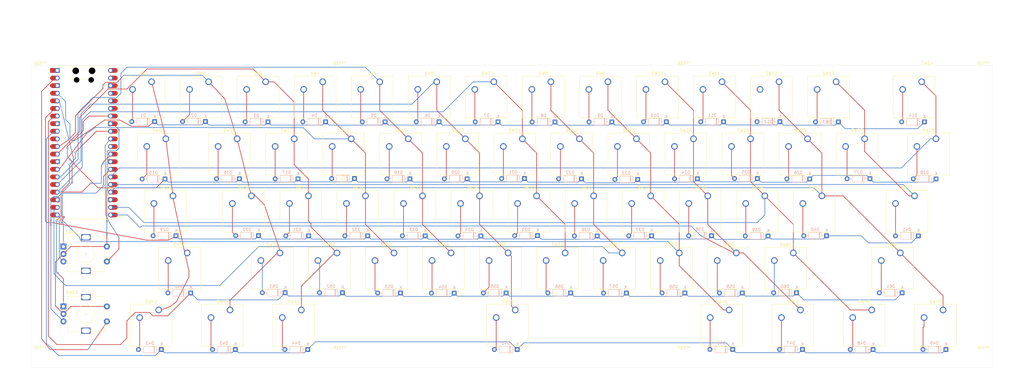
<source format=kicad_pcb>
(kicad_pcb (version 20241229) (generator "pcbnew") (generator_version "9.0")
  (layers (0 "F.Cu" signal) (2 "B.Cu" signal) (13 "F.Paste" user) (15 "B.Paste" user) (5 "F.SilkS" user "F.Silkscreen") (7 "B.SilkS" user "B.Silkscreen") (1 "F.Mask" user) (3 "B.Mask" user) (25 "Edge.Cuts" user))
  (net 0 "")
  (net 1 "Net-(A1-GND-Pad13)")
  (net 2 "Net-(D1-A)")
  (net 3 "Net-(D2-A)")
  (net 4 "Net-(D3-A)")
  (net 5 "Net-(D4-A)")
  (net 6 "C0")
  (net 7 "Net-(D5-A)")
  (net 8 "Net-(D6-A)")
  (net 10 "Net-(D7-A)")
  (net 11 "Net-(D8-A)")
  (net 12 "Net-(D9-A)")
  (net 13 "R2")
  (net 14 "B1")
  (net 15 "R1")
  (net 16 "C3")
  (net 17 "C10")
  (net 18 "C6")
  (net 19 "C11")
  (net 21 "A1")
  (net 24 "R3")
  (net 25 "A2")
  (net 26 "S1")
  (net 27 "C5")
  (net 28 "C1")
  (net 29 "C4")
  (net 31 "GND")
  (net 32 "C7")
  (net 33 "C8")
  (net 34 "R4")
  (net 35 "R0")
  (net 36 "C2")
  (net 37 "S2")
  (net 38 "B2")
  (net 40 "C13")
  (net 42 "C9")
  (net 43 "C12")
  (net 44 "Net-(D10-A)")
  (net 45 "Net-(D11-A)")
  (net 46 "Net-(D12-A)")
  (net 47 "Net-(D13-A)")
  (net 48 "Net-(D14-A)")
  (net 49 "Net-(D15-A)")
  (net 50 "Net-(D16-A)")
  (net 51 "Net-(D17-A)")
  (net 52 "Net-(D18-A)")
  (net 53 "Net-(D19-A)")
  (net 54 "Net-(D20-A)")
  (net 55 "Net-(D21-A)")
  (net 56 "Net-(D22-A)")
  (net 57 "Net-(D23-A)")
  (net 58 "Net-(D24-A)")
  (net 59 "Net-(D25-A)")
  (net 60 "Net-(D26-A)")
  (net 61 "Net-(D27-A)")
  (net 62 "Net-(D28-A)")
  (net 63 "Net-(D29-A)")
  (net 64 "Net-(D30-A)")
  (net 65 "Net-(D31-A)")
  (net 66 "Net-(D32-A)")
  (net 67 "Net-(D33-A)")
  (net 68 "Net-(D34-A)")
  (net 69 "Net-(D35-A)")
  (net 70 "Net-(D36-A)")
  (net 71 "Net-(D37-A)")
  (net 72 "Net-(D38-A)")
  (net 73 "Net-(D39-A)")
  (net 74 "Net-(D40-A)")
  (net 75 "Net-(D41-A)")
  (net 76 "Net-(D42-A)")
  (net 77 "Net-(D43-A)")
  (net 78 "Net-(D44-A)")
  (net 79 "Net-(D45-A)")
  (net 80 "Net-(D46-A)")
  (net 81 "Net-(D47-A)")
  (net 82 "Net-(D48-A)")
  (net 83 "Net-(D49-A)")
  (net 84 "Net-(D50-A)")
  (net 85 "Net-(D51-A)")
  (net 86 "Net-(D52-A)")
  (net 87 "Net-(D53-A)")
  (net 88 "Net-(D54-A)")
  (net 89 "Net-(D55-A)")
  (net 90 "Net-(D56-A)")
  (net 91 "Net-(D57-A)")
  (net 92 "Net-(D58-A)")
  (net 93 "Net-(D59-A)")
  (net 94 "Net-(D60-A)")
  (net 95 "Net-(D61-A)")
  (footprint "Button_Switch_Keyboard:SW_Cherry_MX_1.25u_PCB" (layer "F.Cu") (at 332.6901 148.6801)
    (property "Reference" "SW48")
    (property "Value" "SW_Push")
  )
  (footprint "Button_Switch_Keyboard:SW_Cherry_MX_1.00u_PCB" (layer "F.Cu") (at 154.09635 129.6301)
    (property "Reference" "SW52")
    (property "Value" "SW_Push")
  )
  (footprint "Button_Switch_Keyboard:SW_Cherry_MX_2.75u_PCB" (layer "F.Cu") (at 342.2151 129.6301)
    (property "Reference" "SW61")
    (property "Value" "SW_Push")
  )
  (footprint "Button_Switch_Keyboard:SW_Cherry_MX_1.00u_PCB" (layer "F.Cu") (at 187.43385 72.4801)
    (property "Reference" "SW6")
    (property "Value" "SW_Push")
  )
  (footprint "Stab:STAB_MX_2.25u" (layer "F.Cu") (at 344.4376 115.6601)
    (property "Reference" "S3" (hide yes))
    (property "Value" "MX_stab")
  )
  (footprint "Button_Switch_Keyboard:SW_Cherry_MX_2.25u_PCB" (layer "F.Cu") (at 104.0901 129.6301)
    (property "Reference" "SW50")
    (property "Value" "SW_Push")
  )
  (footprint "Button_Switch_Keyboard:SW_Cherry_MX_2.00u_PCB" (layer "F.Cu") (at 349.35885 72.4801)
    (property "Reference" "SW14")
    (property "Value" "SW_Push")
  )
  (footprint "MountingHole:MountingHole_3.2mm_M3_ISO14580" (layer "F.Cu") (at 155.05 70.05)
    (property "Reference" "REF**")
    (property "Value" "MountingHole_3.2mm_M3_ISO14580")
  )
  (footprint "Button_Switch_Keyboard:SW_Cherry_MX_1.00u_PCB" (layer "F.Cu") (at 292.20885 91.5301)
    (property "Reference" "SW25")
    (property "Value" "SW_Push")
  )
  (footprint "Button_Switch_Keyboard:SW_Cherry_MX_1.00u_PCB" (layer "F.Cu") (at 173.14635 129.6301)
    (property "Reference" "SW53")
    (property "Value" "SW_Push")
  )
  (footprint "Stab:STAB_MX_6.25u" (layer "F.Cu") (at 211.0876 153.7601)
    (property "Reference" "S5" (hide yes))
    (property "Value" "MX_stab")
  )
  (footprint "Button_Switch_Keyboard:SW_Cherry_MX_1.00u_PCB" (layer "F.Cu") (at 168.38385 72.4801)
    (property "Reference" "SW5")
    (property "Value" "SW_Push")
  )
  (footprint "MountingHole:MountingHole_3.2mm_M3_ISO14580" (layer "F.Cu") (at 270.05 165.05)
    (property "Reference" "REF**")
    (property "Value" "MountingHole_3.2mm_M3_ISO14580")
  )
  (footprint "Button_Switch_Keyboard:SW_Cherry_MX_1.00u_PCB" (layer "F.Cu") (at 225.53385 72.4801)
    (property "Reference" "SW8")
    (property "Value" "SW_Push")
  )
  (footprint "MountingHole:MountingHole_3.2mm_M3_ISO14580" (layer "F.Cu") (at 270.05 70.05)
    (property "Reference" "REF**")
    (property "Value" "MountingHole_3.2mm_M3_ISO14580")
  )
  (footprint "Button_Switch_Keyboard:SW_Cherry_MX_1.00u_PCB" (layer "F.Cu") (at 239.82135 110.5801)
    (property "Reference" "SW36")
    (property "Value" "SW_Push")
  )
  (footprint "" (layer "F.Cu") (at 370.05 165.05)
    (property "Reference" "")
    (property "Value" "")
  )
  (footprint "Button_Switch_Keyboard:SW_Cherry_MX_1.00u_PCB" (layer "F.Cu") (at 125.52135 110.5801)
    (property "Reference" "SW30")
    (property "Value" "SW_Push")
  )
  (footprint "Button_Switch_Keyboard:SW_Cherry_MX_1.00u_PCB" (layer "F.Cu") (at 177.90885 91.5301)
    (property "Reference" "SW19")
    (property "Value" "SW_Push")
  )
  (footprint "Button_Switch_Keyboard:SW_Cherry_MX_1.25u_PCB" (layer "F.Cu") (at 356.5026 148.6801)
    (property "Reference" "SW49")
    (property "Value" "SW_Push")
  )
  (footprint "Button_Switch_Keyboard:SW_Cherry_MX_1.00u_PCB" (layer "F.Cu") (at 182.67135 110.5801)
    (property "Reference" "SW33")
    (property "Value" "SW_Push")
  )
  (footprint "Button_Switch_Keyboard:SW_Cherry_MX_1.00u_PCB" (layer "F.Cu") (at 306.49635 129.6301)
    (property "Reference" "SW60")
    (property "Value" "SW_Push")
  )
  (footprint "MountingHole:MountingHole_3.2mm_M3_ISO14580" (layer "F.Cu") (at 55.05 70.05)
    (property "Reference" "REF**")
    (property "Value" "MountingHole_3.2mm_M3_ISO14580")
  )
  (footprint "Stab:STAB_MX_2.75u" (layer "F.Cu") (at 339.6751 134.7101)
    (property "Reference" "S4" (hide yes))
    (property "Value" "MX_stab")
  )
  (footprint "Button_Switch_Keyboard:SW_Cherry_MX_1.00u_PCB" (layer "F.Cu") (at 301.73385 72.4801)
    (property "Reference" "SW12")
    (property "Value" "SW_Push")
  )
  (footprint "Button_Switch_Keyboard:SW_Cherry_MX_1.00u_PCB" (layer "F.Cu") (at 163.62135 110.5801)
    (property "Reference" "SW32")
    (property "Value" "SW_Push")
  )
  (footprint "Button_Switch_Keyboard:SW_Cherry_MX_1.00u_PCB" (layer "F.Cu") (at 282.68385 72.4801)
    (property "Reference" "SW11")
    (property "Value" "SW_Push")
  )
  (footprint "Button_Switch_Keyboard:SW_Cherry_MX_1.00u_PCB" (layer "F.Cu") (at 192.19635 129.6301)
    (property "Reference" "SW54")
    (property "Value" "SW_Push")
  )
  (footprint "Button_Switch_Keyboard:SW_Cherry_MX_1.00u_PCB" (layer "F.Cu") (at 111.23385 72.4801)
    (property "Reference" "SW2")
    (property "Value" "SW_Push")
  )
  (footprint "Rotary_Encoder:RotaryEncoder_Alps_EC11E-Switch_Vertical_H20mm" (layer "F.Cu") (at 62.75 127.5)
    (property "Reference" "SW62")
    (property "Value" "RotaryEncoder_Switch_MP")
  )
  (footprint "Button_Switch_Keyboard:SW_Cherry_MX_1.25u_PCB" (layer "F.Cu") (at 118.3776 148.6801)
    (property "Reference" "SW43")
    (property "Value" "SW_Push")
  )
  (footprint "MountingHole:MountingHole_3.2mm_M3_ISO14580" (layer "F.Cu") (at 155.05 165.05)
    (property "Reference" "REF**")
    (property "Value" "MountingHole_3.2mm_M3_ISO14580")
  )
  (footprint "Button_Switch_Keyboard:SW_Cherry_MX_1.00u_PCB" (layer "F.Cu") (at 316.02135 110.5801)
    (property "Reference" "SW40")
    (property "Value" "SW_Push")
  )
  (footprint "Button_Switch_Keyboard:SW_Cherry_MX_1.50u_Plate" (layer "F.Cu") (at 354.12135 91.5301)
    (property "Reference" "SW28")
    (property "Value" "SW_Push")
  )
  (footprint "" (layer "F.Cu") (at 155.05 165.05)
    (property "Reference" "")
    (property "Value" "")
  )
  (footprint "Button_Switch_Keyboard:SW_Cherry_MX_1.00u_PCB" (layer "F.Cu") (at 149.33385 72.4801)
    (property "Reference" "SW4")
    (property "Value" "SW_Push")
  )
  (footprint "Button_Switch_Keyboard:SW_Cherry_MX_1.00u_PCB" (layer "F.Cu") (at 230.29635 129.6301)
    (property "Reference" "SW56")
    (property "Value" "SW_Push")
  )
  (footprint "Button_Switch_Keyboard:SW_Cherry_MX_1.00u_PCB" (layer "F.Cu") (at 330.30885 91.5301)
    (property "Reference" "SW27")
    (property "Value" "SW_Push")
  )
  (footprint "Button_Switch_Keyboard:SW_Cherry_MX_1.00u_PCB" (layer "F.Cu") (at 311.25885 91.5301)
    (property "Reference" "SW26")
    (property "Value" "SW_Push")
  )
  (footprint "Stab:STAB_MX_2u" (layer "F.Cu") (at 346.81885 77.5601)
    (property "Reference" "S1" (hide yes))
    (property "Value" "MX_stab")
  )
  (footprint "Stab:STAB_MX_2.25u" (layer "F.Cu") (at 101.5501 134.7101)
    (property "Reference" "S2" (hide yes))
    (property "Value" "MX_stab")
  )
  (footprint "Button_Switch_Keyboard:SW_Cherry_MX_1.00u_PCB" (layer "F.Cu") (at 220.77135 110.5801)
    (property "Reference" "SW35")
    (property "Value" "SW_Push")
  )
  (footprint "Button_Switch_Keyboard:SW_Cherry_MX_1.00u_PCB" (layer "F.Cu") (at 244.58385 72.4801)
    (property "Reference" "SW9")
    (property "Value" "SW_Push")
  )
  (footprint "Button_Switch_Keyboard:SW_Cherry_MX_1.00u_PCB" (layer "F.Cu") (at 92.18385 72.4801)
    (property "Reference" "SW1")
    (property "Value" "SW_Push")
  )
  (footprint "Button_Switch_Keyboard:SW_Cherry_MX_2.25u_PCB" (layer "F.Cu") (at 346.9776 110.5801)
    (property "Reference" "SW41")
    (property "Value" "SW_Push")
  )
  (footprint "Button_Switch_Keyboard:SW_Cherry_MX_1.00u_PCB" (layer "F.Cu") (at 196.95885 91.5301)
    (property "Reference" "SW20")
    (property "Value" "SW_Push")
  )
  (footprint "Button_Switch_Keyboard:SW_Cherry_MX_1.25u_PCB" (layer "F.Cu") (at 94.5651 148.6801)
    (property "Reference" "SW42")
    (property "Value" "SW_Push")
  )
  (footprint "Button_Switch_Keyboard:SW_Cherry_MX_1.00u_PCB" (layer "F.Cu") (at 296.97135 110.5801)
    (property "Reference" "SW39")
    (property "Value" "SW_Push")
  )
  (footprint "Button_Switch_Keyboard:SW_Cherry_MX_1.00u_PCB" (layer "F.Cu") (at 268.39635 129.6301)
    (property "Reference" "SW58")
    (property "Value" "SW_Push")
  )
  (footprint "Button_Switch_Keyboard:SW_Cherry_MX_1.00u_PCB" (layer "F.Cu") (at 258.87135 110.5801)
    (property "Reference" "SW37")
    (property "Value" "SW_Push")
  )
  (footprint "Button_Switch_Keyboard:SW_Cherry_MX_1.00u_PCB" (layer "F.Cu") (at 216.00885 91.5301)
    (property "Reference" "SW21")
    (property "Value" "SW_Push")
  )
  (footprint "Button_Switch_Keyboard:SW_Cherry_MX_1.25u_PCB" (layer "F.Cu") (at 285.0651 148.6801)
    (property "Reference" "SW46")
    (property "Value" "SW_Push")
  )
  (footprint "Button_Switch_Keyboard:SW_Cherry_MX_1.00u_PCB" (layer "F.Cu") (at 135.04635 129.6301)
    (property "Reference" "SW51")
    (property "Value" "SW_Push")
  )
  (footprint "Button_Switch_Keyboard:SW_Cherry_MX_1.00u_PCB" (layer "F.Cu") (at 130.28385 72.4801)
    (property "Reference" "SW3")
    (property "Value" "SW_Push")
  )
  (footprint "Button_Switch_Keyboard:SW_Cherry_MX_1.00u_PCB" (layer "F.Cu") (at 201.72135 110.5801)
    (property "Reference" "SW34")
    (property "Value" "SW_Push")
  )
  (footprint "Button_Switch_Keyboard:SW_Cherry_MX_1.00u_PCB" (layer "F.Cu") (at 254.10885 91.5301)
    (property "Reference" "SW23")
    (property "Value" "SW_Push")
  )
  (footprint "MountingHole:MountingHole_3.2mm_M3_ISO14580" (layer "F.Cu") (at 370.05 165.05)
    (property "Reference" "REF**")
    (property "Value" "MountingHole_3.2mm_M3_ISO14580")
  )
  (footprint "Button_Switch_Keyboard:SW_Cherry_MX_6.25u_PCB" (layer "F.Cu") (at 213.6276 148.6801)
    (property "Reference" "SW45")
    (property "Value" "SW_Push")
  )
  (footprint "Button_Switch_Keyboard:SW_Cherry_MX_1.75u_PCB" (layer "F.Cu") (at 99.3276 110.5801)
    (property "Reference" "SW29")
    (property "Value" "SW_Push")
  )
  (footprint "Button_Switch_Keyboard:SW_Cherry_MX_1.25u_Plate" (layer "F.Cu") (at 308.8776 148.6801)
    (property "Reference" "SW47")
    (property "Value" "SW_Push")
  )
  (footprint "Button_Switch_Keyboard:SW_Cherry_MX_1.00u_PCB" (layer "F.Cu") (at 235.05885 91.5301)
    (property "Reference" "SW22")
    (property "Value" "SW_Push")
  )
  (footprint "Button_Switch_Keyboard:SW_Cherry_MX_1.00u_PCB" (layer "F.Cu") (at 158.85885 91.5301)
    (property "Reference" "SW18")
    (property "Value" "SW_Push")
  )
  (footprint "Rotary_Encoder:RotaryEncoder_Alps_EC11E-Switch_Vertical_H20mm" (layer "F.Cu") (at 62.75 147.5)
    (property "Reference" "SW63")
    (property "Value" "RotaryEncoder_Switch_MP")
  )
  (footprint "Button_Switch_Keyboard:SW_Cherry_MX_1.00u_PCB" (layer "F.Cu") (at 287.44635 129.6301)
    (property "Reference" "SW59")
    (property "Value" "SW_Push")
  )
  (footprint "Button_Switch_Keyboard:SW_Cherry_MX_1.00u_PCB" (layer "F.Cu") (at 144.57135 110.5801)
    (property "Reference" "SW31")
    (property "Value" "SW_Push")
  )
  (footprint "Module:RaspberryPi_Pico_Common_Unspecified" (layer "F.Cu") (at 69.59 92.8175)
    (property "Reference" "A1")
    (property "Value" "RaspberryPi_Pico")
  )
  (footprint "Button_Switch_Keyboard:SW_Cherry_MX_1.00u_PCB" (layer "F.Cu") (at 249.34635 129.6301)
    (property "Reference" "SW57")
    (property "Value" "SW_Push")
  )
  (footprint "Button_Switch_Keyboard:SW_Cherry_MX_1.00u_PCB" (layer "F.Cu") (at 320.78385 72.4801)
    (property "Reference" "SW13")
    (property "Value" "SW_Push")
  )
  (footprint "Button_Switch_Keyboard:SW_Cherry_MX_1.00u_PCB" (layer "F.Cu") (at 139.80885 91.5301)
    (property "Reference" "SW17")
    (property "Value" "SW_Push")
  )
  (footprint "MountingHole:MountingHole_3.2mm_M3_ISO14580" (layer "F.Cu") (at 370.05 70.05)
    (property "Reference" "REF**")
    (property "Value" "MountingHole_3.2mm_M3_ISO14580")
  )
  (footprint "Button_Switch_Keyboard:SW_Cherry_MX_1.00u_PCB" (layer "F.Cu") (at 206.48385 72.4801)
    (property "Reference" "SW7")
    (property "Value" "SW_Push")
  )
  (footprint "Button_Switch_Keyboard:SW_Cherry_MX_1.00u_PCB" (layer "F.Cu") (at 273.15885 91.5301)
    (property "Reference" "SW24")
    (property "Value" "SW_Push")
  )
  (footprint "Button_Switch_Keyboard:SW_Cherry_MX_1.00u_PCB" (layer "F.Cu") (at 120.75885 91.5301)
    (property "Reference" "SW16")
    (property "Value" "SW_Push")
  )
  (footprint "MountingHole:MountingHole_3.2mm_M3_ISO14580" (layer "F.Cu") (at 55.05 165.05)
    (property "Reference" "REF**")
    (property "Value" "MountingHole_3.2mm_M3_ISO14580")
  )
  (footprint "Button_Switch_Keyboard:SW_Cherry_MX_1.25u_PCB" (layer "F.Cu") (at 142.1901 148.6801)
    (property "Reference" "SW44")
    (property "Value" "SW_Push")
  )
  (footprint "Button_Switch_Keyboard:SW_Cherry_MX_1.00u_PCB" (layer "F.Cu") (at 263.63385 72.4801)
    (property "Reference" "SW10")
    (property "Value" "SW_Push")
  )
  (footprint "Button_Switch_Keyboard:SW_Cherry_MX_1.00u_PCB" (layer "F.Cu") (at 277.92135 110.5801)
    (property "Reference" "SW38")
    (property "Value" "SW_Push")
  )
  (footprint "Button_Switch_Keyboard:SW_Cherry_MX_1.50u_PCB" (layer "F.Cu") (at 96.94635 91.5301)
    (property "Reference" "SW15")
    (property "Value" "SW_Push")
  )
  (footprint "Button_Switch_Keyboard:SW_Cherry_MX_1.00u_PCB" (layer "F.Cu") (at 211.24635 129.6301)
    (property "Reference" "SW55")
    (property "Value" "SW_Push")
  )
  (footprint "Diode_THT:D_DO-35_SOD27_P7.62mm_Horizontal" (layer "B.Cu") (at 93.2176 85.7676 180)
    (property "Reference" "D1")
    (property "Value" "1N4148")
  )
  (footprint "Diode_THT:D_DO-35_SOD27_P7.62mm_Horizontal" (layer "B.Cu") (at 254.5176 105.0876 180)
    (property "Reference" "D23")
    (property "Value" "1N4148")
  )
  (footprint "Diode_THT:D_DO-35_SOD27_P7.62mm_Horizontal" (layer "B.Cu") (at 332.0676 104.8476 180)
    (property "Reference" "D27")
    (property "Value" "1N4148")
  )
  (footprint "Diode_THT:D_DO-35_SOD27_P7.62mm_Horizontal" (layer "B.Cu") (at 170.1776 85.8576 180)
    (property "Reference" "D5")
    (property "Value" "1N4148")
  )
  (footprint "Diode_THT:D_DO-35_SOD27_P7.62mm_Horizontal" (layer "B.Cu") (at 144.6376 123.9176 180)
    (property "Reference" "D31")
    (property "Value" "1N4148")
  )
  (footprint "Diode_THT:D_DO-35_SOD27_P7.62mm_Horizontal" (layer "B.Cu") (at 95.4276 161.8876 180)
    (property "Reference" "D42")
    (property "Value" "1N4148")
  )
  (footprint "Diode_THT:D_DO-35_SOD27_P7.62mm_Horizontal" (layer "B.Cu") (at 175.3076 142.9976 180)
    (property "Reference" "D53")
    (property "Value" "1N4148")
  )
  (footprint "Diode_THT:D_DO-35_SOD27_P7.62mm_Horizontal" (layer "B.Cu") (at 283.2076 85.8376 180)
    (property "Reference" "D11")
    (property "Value" "1N4148")
  )
  (footprint "Diode_THT:D_DO-35_SOD27_P7.62mm_Horizontal" (layer "B.Cu") (at 250.7276 143.0376 180)
    (property "Reference" "D57")
    (property "Value" "1N4148")
  )
  (footprint "Diode_THT:D_DO-35_SOD27_P7.62mm_Horizontal" (layer "B.Cu") (at 127.9176 123.8676 180)
    (property "Reference" "D30")
    (property "Value" "1N4148")
  )
  (footprint "Diode_THT:D_DO-35_SOD27_P7.62mm_Horizontal" (layer "B.Cu") (at 105.2476 142.9876 180)
    (property "Reference" "D50")
    (property "Value" "1N4148")
  )
  (footprint "Diode_THT:D_DO-35_SOD27_P7.62mm_Horizontal" (layer "B.Cu") (at 155.9176 142.9276 180)
    (property "Reference" "D52")
    (property "Value" "1N4148")
  )
  (footprint "Diode_THT:D_DO-35_SOD27_P7.62mm_Horizontal" (layer "B.Cu") (at 270.2676 142.9876 180)
    (property "Reference" "D58")
    (property "Value" "1N4148")
  )
  (footprint "Diode_THT:D_DO-35_SOD27_P7.62mm_Horizontal" (layer "B.Cu") (at 235.7376 104.8876 180)
    (property "Reference" "D22")
    (property "Value" "1N4148")
  )
  (footprint "Diode_THT:D_DO-35_SOD27_P7.62mm_Horizontal" (layer "B.Cu") (at 96.6476 104.9476 180)
    (property "Reference" "D15")
    (property "Value" "1N4148")
  )
  (footprint "Diode_THT:D_DO-35_SOD27_P7.62mm_Horizontal" (layer "B.Cu") (at 321.5276 85.8676 180)
    (property "Reference" "D13")
    (property "Value" "1N4148")
  )
  (footprint "Diode_THT:D_DO-35_SOD27_P7.62mm_Horizontal" (layer "B.Cu") (at 183.5676 123.9276 180)
    (property "Reference" "D33")
    (property "Value" "1N4148")
  )
  (footprint "Diode_THT:D_DO-35_SOD27_P7.62mm_Horizontal" (layer "B.Cu") (at 226.8876 85.8976 180)
    (property "Reference" "D8")
    (property "Value" "1N4148")
  )
  (footprint "Diode_THT:D_DO-35_SOD27_P7.62mm_Horizontal" (layer "B.Cu") (at 264.0876 85.8376 180)
    (property "Reference" "D10")
    (property "Value" "1N4148")
  )
  (footprint "Diode_THT:D_DO-35_SOD27_P7.62mm_Horizontal" (layer "B.Cu") (at 289.4376 142.9976 180)
    (property "Reference" "D59")
    (property "Value" "1N4148")
  )
  (footprint "Diode_THT:D_DO-35_SOD27_P7.62mm_Horizontal" (layer "B.Cu") (at 210.5976 142.9776 180)
    (property "Reference" "D55")
    (property "Value" "1N4148")
  )
  (footprint "Diode_THT:D_DO-35_SOD27_P7.62mm_Horizontal" (layer "B.Cu") (at 274.4576 104.8676 180)
    (property "Reference" "D24")
    (property "Value" "1N4148")
  )
  (footprint "Diode_THT:D_DO-35_SOD27_P7.62mm_Horizontal" (layer "B.Cu") (at 302.0076 85.8076 180)
    (property "Reference" "D12")
    (property "Value" "1N4148")
  )
  (footprint "Diode_THT:D_DO-35_SOD27_P7.62mm_Horizontal" (layer "B.Cu") (at 333.1376 161.8876 180)
    (property "Reference" "D48")
    (property "Value" "1N4148")
  )
  (footprint "Diode_THT:D_DO-35_SOD27_P7.62mm_Horizontal" (layer "B.Cu") (at 121.4976 104.8776 180)
    (property "Reference" "D16")
    (property "Value" "1N4148")
  )
  (footprint "Diode_THT:D_DO-35_SOD27_P7.62mm_Horizontal" (layer "B.Cu") (at 317.6076 123.8976 180)
    (property "Reference" "D40")
    (property "Value" "1N4148")
  )
  (footprint "Diode_THT:D_DO-35_SOD27_P7.62mm_Horizontal" (layer "B.Cu") (at 348.2476 123.9276 180)
    (property "Reference" "D41")
    (property "Value" "1N4148")
  )
  (footprint "Diode_THT:D_DO-35_SOD27_P7.62mm_Horizontal" (layer "B.Cu") (at 240.9976 123.9676 180)
    (property "Reference" "D36")
    (property "Value" "1N4148")
  )
  (footprint "Diode_THT:D_DO-35_SOD27_P7.62mm_Horizontal" (layer "B.Cu") (at 232.1476 142.9676 180)
    (property "Reference" "D56")
    (property "Value" "1N4148")
  )
  (footprint "Diode_THT:D_DO-35_SOD27_P7.62mm_Horizontal" (layer "B.Cu") (at 259.1576 123.9176 180)
    (property "Reference" "D37")
    (property "Value" "1N4148")
  )
  (footprint "Diode_THT:D_DO-35_SOD27_P7.62mm_Horizontal" (layer "B.Cu") (at 354.1676 104.9076 180)
    (property "Reference" "D28")
    (property "Value" "1N4148")
  )
  (footprint "Diode_THT:D_DO-35_SOD27_P7.62mm_Horizontal" (layer "B.Cu") (at 202.1376 123.9576 180)
    (property "Reference" "D34")
    (property "Value" "1N4148")
  )
  (footprint "Diode_THT:D_DO-35_SOD27_P7.62mm_Horizontal" (layer "B.Cu") (at 159.9476 104.7976 180)
    (property "Reference" "D18")
    (property "Value" "1N4148")
  )
  (footprint "Diode_THT:D_DO-35_SOD27_P7.62mm_Horizontal" (layer "B.Cu") (at 136.7876 142.9176 180)
    (property "Reference" "D51")
    (property "Value" "1N4148")
  )
  (footprint "Diode_THT:D_DO-35_SOD27_P7.62mm_Horizontal" (layer "B.Cu") (at 298.0676 123.9876 180)
    (property "Reference" "D39")
    (property "Value" "1N4148")
  )
  (footprint "Diode_THT:D_DO-35_SOD27_P7.62mm_Horizontal" (layer "B.Cu") (at 150.3176 85.8476 180)
    (property "Reference" "D4")
    (property "Value" "1N4148")
  )
  (footprint "Diode_THT:D_DO-35_SOD27_P7.62mm_Horizontal" (layer "B.Cu") (at 342.8276 142.9476 180)
    (property "Reference" "D61")
    (property "Value" "1N4148")
  )
  (footprint "Diode_THT:D_DO-35_SOD27_P7.62mm_Horizontal" (layer "B.Cu") (at 309.5276 161.8476 180)
    (property "Reference" "D47")
    (property "Value" "1N4148")
  )
  (footprint "Diode_THT:D_DO-35_SOD27_P7.62mm_Horizontal" (layer "B.Cu") (at 311.9676 104.9176 180)
    (property "Reference" "D26")
    (property "Value" "1N4148")
  )
  (footprint "Diode_THT:D_DO-35_SOD27_P7.62mm_Horizontal" (layer "B.Cu") (at 279.1876 123.8876 180)
    (property "Reference" "D38")
    (property "Value" "1N4148")
  )
  (footprint "Diode_THT:D_DO-35_SOD27_P7.62mm_Horizontal" (layer "B.Cu") (at 131.0576 85.8676 180)
    (property "Reference" "D3")
    (property "Value" "1N4148")
  )
  (footprint "Diode_THT:D_DO-35_SOD27_P7.62mm_Horizontal" (layer "B.Cu") (at 144.3276 161.8776 180)
    (property "Reference" "D44")
    (property "Value" "1N4148")
  )
  (footprint "Diode_THT:D_DO-35_SOD27_P7.62mm_Horizontal" (layer "B.Cu") (at 214.2876 161.8776 180)
    (property "Reference" "D45")
    (property "Value" "1N4148")
  )
  (footprint "Diode_THT:D_DO-35_SOD27_P7.62mm_Horizontal" (layer "B.Cu") (at 294.4776 104.7876 180)
    (property "Reference" "D25")
    (property "Value" "1N4148")
  )
  (footprint "Diode_THT:D_DO-35_SOD27_P7.62mm_Horizontal" (layer "B.Cu") (at 193.2476 143.0676 180)
    (property "Reference" "D54")
    (property "Value" "1N4148")
  )
  (footprint "Diode_THT:D_DO-35_SOD27_P7.62mm_Horizontal" (layer "B.Cu") (at 178.4476 104.8876 180)
    (property "Reference" "D19")
    (property "Value" "1N4148")
  )
  (footprint "Diode_THT:D_DO-35_SOD27_P7.62mm_Horizontal" (layer "B.Cu") (at 207.8876 85.8576 180)
    (property "Reference" "D7")
    (property "Value" "1N4148")
  )
  (footprint "Diode_THT:D_DO-35_SOD27_P7.62mm_Horizontal" (layer "B.Cu") (at 120.1576 161.8876 180)
    (property "Reference" "D43")
    (property "Value" "1N4148")
  )
  (footprint "Diode_THT:D_DO-35_SOD27_P7.62mm_Horizontal" (layer "B.Cu") (at 216.7176 104.7976 180)
    (property "Reference" "D21")
    (property "Value" "1N4148")
  )
  (footprint "Diode_THT:D_DO-35_SOD27_P7.62mm_Horizontal" (layer "B.Cu") (at 110.1676 85.7676 180)
    (property "Reference" "D2")
    (property "Value" "1N4148")
  )
  (footprint "Diode_THT:D_DO-35_SOD27_P7.62mm_Horizontal" (layer "B.Cu") (at 188.1976 85.8376 180)
    (property "Reference" "D6")
    (property "Value" "1N4148")
  )
  (footprint "Diode_THT:D_DO-35_SOD27_P7.62mm_Horizontal" (layer "B.Cu") (at 100.3176 123.8976 180)
    (property "Reference" "D29")
    (property "Value" "1N4148")
  )
  (footprint "Diode_THT:D_DO-35_SOD27_P7.62mm_Horizontal" (layer "B.Cu") (at 164.3576 123.9176 180)
    (property "Reference" "D32")
    (property "Value" "1N4148")
  )
  (footprint "Diode_THT:D_DO-35_SOD27_P7.62mm_Horizontal" (layer "B.Cu") (at 245.8876 85.8876 180)
    (property "Reference" "D9")
    (property "Value" "1N4148")
  )
  (footprint "Diode_THT:D_DO-35_SOD27_P7.62mm_Horizontal" (layer "B.Cu") (at 197.5676 104.8876 180)
    (property "Reference" "D20")
    (property "Value" "1N4148")
  )
  (footprint "Diode_THT:D_DO-35_SOD27_P7.62mm_Horizontal" (layer "B.Cu") (at 221.0676 123.8576 180)
    (property "Reference" "D35")
    (property "Value" "1N4148")
  )
  (footprint "Diode_THT:D_DO-35_SOD27_P7.62mm_Horizontal" (layer "B.Cu") (at 350.2976 85.8576 180)
    (property "Reference" "D14")
    (property "Value" "1N4148")
  )
  (footprint "Diode_THT:D_DO-35_SOD27_P7.62mm_Horizontal" (layer "B.Cu") (at 357.4276 161.8776 180)
    (property "Reference" "D49")
    (property "Value" "1N4148")
  )
  (footprint "Diode_THT:D_DO-35_SOD27_P7.62mm_Horizontal" (layer "B.Cu") (at 307.5576 142.9476 180)
    (property "Reference" "D60")
    (property "Value" "1N4148")
  )
  (footprint "Diode_THT:D_DO-35_SOD27_P7.62mm_Horizontal" (layer "B.Cu") (at 141.0876 104.8876 180)
    (property "Reference" "D17")
    (property "Value" "1N4148")
  )
  (footprint "Diode_THT:D_DO-35_SOD27_P7.62mm_Horizontal" (layer "B.Cu") (at 286.2576 161.8376 180)
    (property "Reference" "D46")
    (property "Value" "1N4148")
  )
  (gr_line (start 126.15 68.21) (end 130.28385 72.4801) (stroke (width 0.2)) (layer "F.Cu") (net 36))
  (gr_line (start 129.82135 113.5201) (end 126.46135 110.1601) (stroke (width 0.2)) (layer "F.Cu") (net 28))
  (gr_line (start 126.46135 110.3801) (end 126.46135 110.1601) (stroke (width 0.2)) (layer "F.Cu") (net 28))
  (gr_line (start 82.29 70.96) (end 81.63 71.71) (stroke (width 0.2)) (layer "F.Cu") (net 28))
  (gr_line (start 135.04635 128.7701) (end 129.82135 113.5201) (stroke (width 0.2)) (layer "F.Cu") (net 28))
  (gr_line (start 104.65135 135.5676) (end 104.65135 137.7201) (stroke (width 0.2)) (layer "F.Cu") (net 6))
  (gr_line (start 111.23385 72.4801) (end 116.61135 78.1201) (stroke (width 0.2)) (layer "F.Cu") (net 28))
  (gr_line (start 77.14 152.93) (end 73.12 158.75) (stroke (width 0.2)) (layer "F.Cu") (net 37))
  (gr_line (start 126.46135 110.1601) (end 126.46135 110.3801) (stroke (width 0.2)) (layer "F.Cu") (net 28))
  (gr_line (start 100.48135 145.9101) (end 98.38135 147.5501) (stroke (width 0.2)) (layer "F.Cu") (net 6))
  (gr_line (start 103.27135 129.6301) (end 104.65135 135.5676) (stroke (width 0.2)) (layer "F.Cu") (net 6))
  (gr_line (start 70.4 89.83) (end 61.09 102.01) (stroke (width 0.2)) (layer "F.Cu") (net 16))
  (gr_line (start 85.52 87.35) (end 91.07 87.35) (stroke (width 0.2)) (layer "F.Cu") (net 35))
  (gr_line (start 64.15 92.07) (end 61.29 94.05) (stroke (width 0.2)) (layer "F.Cu") (net 28))
  (gr_line (start 81.55 85.25) (end 85.52 87.35) (stroke (width 0.2)) (layer "F.Cu") (net 35))
  (gr_line (start 104.65135 137.7201) (end 100.48135 145.9101) (stroke (width 0.2)) (layer "F.Cu") (net 6))
  (gr_line (start 91.07 87.35) (end 92.71 86.04) (stroke (width 0.2)) (layer "F.Cu") (net 35))
  (gr_line (start 58.35 161.95) (end 55.47 158.29) (stroke (width 0.2)) (layer "F.Cu") (net 37))
  (gr_line (start 90.56 125.37) (end 97.61 125.37) (stroke (width 0.2)) (layer "F.Cu") (net 13))
  (gr_line (start 81.28 128.32) (end 81.28 124.46) (stroke (width 0.2)) (layer "F.Cu") (net 26))
  (gr_line (start 77.3 132.55) (end 81.28 128.32) (stroke (width 0.2)) (layer "F.Cu") (net 26))
  (gr_line (start 76.52 85.25) (end 81.55 85.25) (stroke (width 0.2)) (layer "F.Cu") (net 35))
  (gr_line (start 66.08 97.77) (end 65.8 96.79) (stroke (width 0.2)) (layer "F.Cu") (net 15))
  (gr_line (start 97.61 125.37) (end 99.75 124.37) (stroke (width 0.2)) (layer "F.Cu") (net 13))
  (gr_line (start 276.8 124.57) (end 286.58 129.59) (stroke (width 0.2)) (layer "F.Cu") (net 42))
  (gr_line (start 98.38135 147.5501) (end 95.57135 148.6001) (stroke (width 0.2)) (layer "F.Cu") (net 6))
  (gr_line (start 70.86 161.95) (end 58.35 161.95) (stroke (width 0.2)) (layer "F.Cu") (net 37))
  (gr_line (start 116.61135 78.1201) (end 120.75885 91.5301) (stroke (width 0.2)) (layer "F.Cu") (net 28))
  (gr_line (start 59.1 119.51) (end 90.56 125.37) (stroke (width 0.2)) (layer "F.Cu") (net 13))
  (gr_line (start 92.18385 72.4801) (end 96.83135 90.7401) (stroke (width 0.2)) (layer "F.Cu") (net 6))
  (gr_line (start 67.15 91.71) (end 76.52 85.25) (stroke (width 0.2)) (layer "F.Cu") (net 35))
  (gr_line (start 56.74 118.94) (end 57.37 119.51) (stroke (width 0.2)) (layer "F.Cu") (net 13))
  (gr_line (start 125.52135 110.5801) (end 120.75885 91.5301) (stroke (width 0.2)) (layer "F.Cu") (net 28))
  (gr_line (start 96.83135 90.7401) (end 99.21135 109.5701) (stroke (width 0.2)) (layer "F.Cu") (net 6))
  (gr_line (start 99.41135 111.5801) (end 103.27135 129.6301) (stroke (width 0.2)) (layer "F.Cu") (net 6))
  (gr_line (start 73.49 87.72) (end 70.4 89.83) (stroke (width 0.2)) (layer "B.Cu") (net 16))
  (gr_line (start 76.69 93.78) (end 78.39 91.58) (stroke (width 0.2)) (layer "B.Cu") (net 26))
  (gr_line (start 73.12 158.75) (end 70.86 161.95) (stroke (width 0.2)) (layer "B.Cu"))
  (gr_line (start 66.44 92.14) (end 67.15 91.71) (stroke (width 0.2)) (layer "B.Cu") (net 35))
  (gr_line (start 57.37 119.51) (end 59.1 119.51) (stroke (width 0.2)) (layer "B.Cu"))
  (gr_line (start 82.88 70.31) (end 82.29 70.96) (stroke (width 0.2)) (layer "B.Cu") (net 28))
  (gr_line (start 76.88 116.95) (end 76.69 93.78) (stroke (width 0.2)) (layer "B.Cu") (net 26))
  (gr_line (start 78.18 119.62) (end 76.88 116.95) (stroke (width 0.2)) (layer "B.Cu") (net 26))
  (gr_line (start 81.28 124.46) (end 78.18 119.62) (stroke (width 0.2)) (layer "B.Cu") (net 26))
  (gr_line (start 65.8 96.79) (end 62.39 82.75) (stroke (width 0.2)) (layer "B.Cu") (net 15))
  (gr_line (start 69.72 125.83) (end 68.71 125.8) (stroke (width 0.2)) (layer "B.Cu") (net 33))
  (gr_line (start 275.63 123.8876) (end 276.8 124.57) (stroke (width 0.2)) (layer "B.Cu") (net 42))
  (gr_line (start 142.9 87.82) (end 73.49 87.72) (stroke (width 0.2)) (layer "B.Cu") (net 16))
  (gr_line (start 62.39 82.75) (end 61.35 79.01) (stroke (width 0.2)) (layer "B.Cu") (net 15))
  (gr_line (start 68.71 125.8) (end 68.12 124.6) (stroke (width 0.2)) (layer "B.Cu") (net 33))
  (gr_rect (start 52 67) (end 373 168) (stroke (width 0.05)) (fill no) (layer "Edge.Cuts"))
  (segment (start 85.83385 75.0201) (end 85.83385 85.53135) (width 0.2) (layer "F.Cu") (net 2))
  (segment (start 85.83385 85.53135) (end 85.5976 85.7676) (width 0.2) (layer "F.Cu") (net 2))
  (segment (start 104.88385 75.0201) (end 104.88385 83.43135) (width 0.2) (layer "F.Cu") (net 3))
  (segment (start 104.88385 83.43135) (end 102.5476 85.7676) (width 0.2) (layer "F.Cu") (net 3))
  (segment (start 123.93385 75.0201) (end 123.93385 85.37135) (width 0.2) (layer "F.Cu") (net 4))
  (segment (start 123.93385 85.37135) (end 123.4376 85.8676) (width 0.2) (layer "F.Cu") (net 4))
  (segment (start 142.98385 75.0201) (end 142.98385 85.56135) (width 0.2) (layer "F.Cu") (net 5))
  (segment (start 142.98385 85.56135) (end 142.6976 85.8476) (width 0.2) (layer "F.Cu") (net 5))
  (segment (start 96.94635 91.5301) (end 96.34485 90.9286) (width 0.2) (layer "F.Cu") (net 6))
  (segment (start 162.03385 75.0201) (end 162.03385 85.33385) (width 0.2) (layer "F.Cu") (net 7))
  (segment (start 162.03385 85.33385) (end 162.5576 85.8576) (width 0.2) (layer "F.Cu") (net 7))
  (segment (start 181.08385 75.0201) (end 181.08385 85.33135) (width 0.2) (layer "F.Cu") (net 8))
  (segment (start 181.08385 85.33135) (end 180.5776 85.8376) (width 0.2) (layer "F.Cu") (net 8))
  (segment (start 200.13385 75.0201) (end 200.13385 85.72385) (width 0.2) (layer "F.Cu") (net 10))
  (segment (start 200.13385 85.72385) (end 200.2676 85.8576) (width 0.2) (layer "F.Cu") (net 10))
  (segment (start 219.18385 75.0201) (end 219.18385 85.81385) (width 0.2) (layer "F.Cu") (net 11))
  (segment (start 219.18385 85.81385) (end 219.2676 85.8976) (width 0.2) (layer "F.Cu") (net 11))
  (segment (start 238.23385 75.0201) (end 238.23385 85.85385) (width 0.2) (layer "F.Cu") (net 12))
  (segment (start 238.23385 85.85385) (end 238.2676 85.8876) (width 0.2) (layer "F.Cu") (net 12))
  (segment (start 56.74 84.5475) (end 56.74 118.92) (width 0.2) (layer "F.Cu") (net 13))
  (segment (start 59.9 81.3875) (end 56.74 84.5475) (width 0.2) (layer "F.Cu") (net 13))
  (segment (start 145.7386 125.0186) (end 163.2566 125.0186) (width 0.2) (layer "B.Cu") (net 13))
  (segment (start 221.0676 123.8576) (end 222.2786 125.0686) (width 0.2) (layer "B.Cu") (net 13))
  (segment (start 126.8166 124.9686) (end 127.9176 123.8676) (width 0.2) (layer "B.Cu") (net 13))
  (segment (start 298.0676 123.9876) (end 299.0786 124.9986) (width 0.2) (layer "B.Cu") (net 13))
  (segment (start 163.2566 125.0186) (end 164.3576 123.9176) (width 0.2) (layer "B.Cu") (net 13))
  (segment (start 127.9176 123.8676) (end 129.0686 125.0186) (width 0.2) (layer "B.Cu") (net 13))
  (segment (start 100.3176 123.8976) (end 101.3886 124.9686) (width 0.2) (layer "B.Cu") (net 13))
  (segment (start 331.560061 126.26) (end 345.9152 126.26) (width 0.2) (layer "B.Cu") (net 13))
  (segment (start 240.9976 123.9676) (end 242.0486 125.0186) (width 0.2) (layer "B.Cu") (net 13))
  (segment (start 202.1376 123.9576) (end 203.1386 124.9586) (width 0.2) (layer "B.Cu") (net 13))
  (segment (start 280.3886 125.0886) (end 296.9666 125.0886) (width 0.2) (layer "B.Cu") (net 13))
  (segment (start 101.3886 124.9686) (end 126.8166 124.9686) (width 0.2) (layer "B.Cu") (net 13))
  (segment (start 299.0786 124.9986) (end 316.5066 124.9986) (width 0.2) (layer "B.Cu") (net 13))
  (segment (start 144.6376 123.9176) (end 145.7386 125.0186) (width 0.2) (layer "B.Cu") (net 13))
  (segment (start 296.9666 125.0886) (end 298.0676 123.9876) (width 0.2) (layer "B.Cu") (net 13))
  (segment (start 143.5366 125.0186) (end 144.6376 123.9176) (width 0.2) (layer "B.Cu") (net 13))
  (segment (start 260.2286 124.9886) (end 278.0866 124.9886) (width 0.2) (layer "B.Cu") (net 13))
  (segment (start 183.5676 123.9276) (end 184.6986 125.0586) (width 0.2) (layer "B.Cu") (net 13))
  (segment (start 345.9152 126.26) (end 348.2476 123.9276) (width 0.2) (layer "B.Cu") (net 13))
  (segment (start 242.0486 125.0186) (end 258.0566 125.0186) (width 0.2) (layer "B.Cu") (net 13))
  (segment (start 259.1576 123.9176) (end 260.2286 124.9886) (width 0.2) (layer "B.Cu") (net 13))
  (segment (start 279.1876 123.8876) (end 280.3886 125.0886) (width 0.2) (layer "B.Cu") (net 13))
  (segment (start 329.197661 123.8976) (end 331.560061 126.26) (width 0.2) (layer "B.Cu") (net 13))
  (segment (start 164.3576 123.9176) (end 165.4686 125.0286) (width 0.2) (layer "B.Cu") (net 13))
  (segment (start 219.9666 124.9586) (end 221.0676 123.8576) (width 0.2) (layer "B.Cu") (net 13))
  (segment (start 129.0686 125.0186) (end 143.5366 125.0186) (width 0.2) (layer "B.Cu") (net 13))
  (segment (start 222.2786 125.0686) (end 239.8966 125.0686) (width 0.2) (layer "B.Cu") (net 13))
  (segment (start 165.4686 125.0286) (end 182.4666 125.0286) (width 0.2) (layer "B.Cu") (net 13))
  (segment (start 317.6076 123.8976) (end 329.197661 123.8976) (width 0.2) (layer "B.Cu") (net 13))
  (segment (start 182.4666 125.0286) (end 183.5676 123.9276) (width 0.2) (layer "B.Cu") (net 13))
  (segment (start 316.5066 124.9986) (end 317.6076 123.8976) (width 0.2) (layer "B.Cu") (net 13))
  (segment (start 278.0866 124.9886) (end 279.1876 123.8876) (width 0.2) (layer "B.Cu") (net 13))
  (segment (start 201.0366 125.0586) (end 202.1376 123.9576) (width 0.2) (layer "B.Cu") (net 13))
  (segment (start 184.6986 125.0586) (end 201.0366 125.0586) (width 0.2) (layer "B.Cu") (net 13))
  (segment (start 203.1386 124.9586) (end 219.9666 124.9586) (width 0.2) (layer "B.Cu") (net 13))
  (segment (start 239.8966 125.0686) (end 240.9976 123.9676) (width 0.2) (layer "B.Cu") (net 13))
  (segment (start 258.0566 125.0186) (end 259.1576 123.9176) (width 0.2) (layer "B.Cu") (net 13))
  (segment (start 61.39 119.06) (end 62.34 118.11) (width 0.2) (layer "F.Cu") (net 14))
  (segment (start 68.93 109.28) (end 71.84 106.37) (width 0.2) (layer "F.Cu") (net 14))
  (segment (start 62.34 118.11) (end 62.34 109.38) (width 0.2) (layer "F.Cu") (net 14))
  (segment (start 62.34 109.38) (end 62.44 109.28) (width 0.2) (layer "F.Cu") (net 14))
  (segment (start 62.44 109.28) (end 68.93 109.28) (width 0.2) (layer "F.Cu") (net 14))
  (segment (start 76.05 99.33) (end 78.48 96.9) (width 0.2) (layer "F.Cu") (net 14))
  (segment (start 78.48 96.9) (end 78.48 96.6275) (width 0.2) (layer "F.Cu") (net 14))
  (segment (start 76.05 99.7) (end 76.05 99.33) (width 0.2) (layer "F.Cu") (net 14))
  (via (at 61.39 119.06) (size 0.6) (drill 0.3) (layers "F.Cu" "B.Cu") (net 14))
  (via (at 71.84 106.37) (size 0.6) (drill 0.3) (layers "F.Cu" "B.Cu") (net 14))
  (via (at 76.05 99.7) (size 0.6) (drill 0.3) (layers "F.Cu" "B.Cu") (net 14))
  (segment (start 75.4 106.37) (end 75.4 100.36) (width 0.2) (layer "B.Cu") (net 14))
  (segment (start 76.05 99.71) (end 76.05 99.7) (width 0.2) (layer "B.Cu") (net 14))
  (segment (start 71.84 106.37) (end 75.4 106.37) (width 0.2) (layer "B.Cu") (net 14))
  (segment (start 75.4 100.36) (end 76.05 99.71) (width 0.2) (layer "B.Cu") (net 14))
  (segment (start 62.75 132.5) (end 61.39 131.14) (width 0.2) (layer "B.Cu") (net 14))
  (segment (start 61.39 131.14) (end 61.39 119.06) (width 0.2) (layer "B.Cu") (net 14))
  (segment (start 66.08 99.7) (end 66.08 97.78) (width 0.2) (layer "F.Cu") (net 15))
  (segment (start 74.2685 107.8885) (end 66.08 99.7) (width 0.2) (layer "F.Cu") (net 15))
  (segment (start 93.7067 107.8885) (end 74.2685 107.8885) (width 0.2) (layer "F.Cu") (net 15))
  (segment (start 96.6476 104.9476) (end 93.7067 107.8885) (width 0.2) (layer "F.Cu") (net 15))
  (segment (start 216.7176 104.7976) (end 215.6166 105.8986) (width 0.2) (layer "B.Cu") (net 15))
  (segment (start 217.9086 105.9886) (end 216.7176 104.7976) (width 0.2) (layer "B.Cu") (net 15))
  (segment (start 310.8666 106.0186) (end 295.7086 106.0186) (width 0.2) (layer "B.Cu") (net 15))
  (segment (start 159.9476 104.7976) (end 158.8466 105.8986) (width 0.2) (layer "B.Cu") (net 15))
  (segment (start 234.6366 105.9886) (end 217.9086 105.9886) (width 0.2) (layer "B.Cu") (net 15))
  (segment (start 294.4776 104.7876) (end 293.3766 105.8886) (width 0.2) (layer "B.Cu") (net 15))
  (segment (start 178.4476 104.8876) (end 177.3466 105.9886) (width 0.2) (layer "B.Cu") (net 15))
  (segment (start 122.6086 105.9886) (end 121.4976 104.8776) (width 0.2) (layer "B.Cu") (net 15))
  (segment (start 255.4201 105.9901) (end 254.5176 105.0876) (width 0.2) (layer "B.Cu") (net 15))
  (segment (start 311.9676 104.9176) (end 310.8666 106.0186) (width 0.2) (layer "B.Cu") (net 15))
  (segment (start 121.4976 104.8776) (end 120.3966 105.9786) (width 0.2) (layer "B.Cu") (net 15))
  (segment (start 158.8466 105.8986) (end 142.0986 105.8986) (width 0.2) (layer "B.Cu") (net 15))
  (segment (start 141.0876 104.8876) (end 139.9866 105.9886) (width 0.2) (layer "B.Cu") (net 15))
  (segment (start 120.3966 105.9786) (end 97.6786 105.9786) (width 0.2) (layer "B.Cu") (net 15))
  (segment (start 179.5486 105.9886) (end 178.4476 104.8876) (width 0.2) (layer "B.Cu") (net 15))
  (segment (start 237.0386 106.1886) (end 235.7376 104.8876) (width 0.2) (layer "B.Cu") (net 15))
  (segment (start 332.0676 104.8476) (end 333.2286 106.0086) (width 0.2) (layer "B.Cu") (net 15))
  (segment (start 198.5786 105.8986) (end 197.5676 104.8876) (width 0.2) (layer "B.Cu") (net 15))
  (segment (start 332.0676 104.8476) (end 330.9666 103.7466) (width 0.2) (layer "B.Cu") (net 15))
  (segment (start 313.1386 103.7466) (end 311.9676 104.9176) (width 0.2) (layer "B.Cu") (net 15))
  (segment (start 295.7086 106.0186) (end 294.4776 104.7876) (width 0.2) (layer "B.Cu") (net 15))
  (segment (start 273.3351 105.9901) (end 255.4201 105.9901) (width 0.2) (layer "B.Cu") (net 15))
  (segment (start 161.1386 105.9886) (end 159.9476 104.7976) (width 0.2) (layer "B.Cu") (net 15))
  (segment (start 196.4666 105.9886) (end 179.5486 105.9886) (width 0.2) (layer "B.Cu") (net 15))
  (segment (start 215.6166 105.8986) (end 198.5786 105.8986) (width 0.2) (layer "B.Cu") (net 15))
  (segment (start 274.4576 104.8676) (end 273.3351 105.9901) (width 0.2) (layer "B.Cu") (net 15))
  (segment (start 333.2286 106.0086) (end 353.0666 106.0086) (width 0.2) (layer "B.Cu") (net 15))
  (segment (start 253.4166 106.1886) (end 237.0386 106.1886) (width 0.2) (layer "B.Cu") (net 15))
  (segment (start 330.9666 103.7466) (end 313.1386 103.7466) (width 0.2) (layer "B.Cu") (net 15))
  (segment (start 293.3766 105.8886) (end 275.4786 105.8886) (width 0.2) (layer "B.Cu") (net 15))
  (segment (start 139.9866 105.9886) (end 122.6086 105.9886) (width 0.2) (layer "B.Cu") (net 15))
  (segment (start 177.3466 105.9886) (end 161.1386 105.9886) (width 0.2) (layer "B.Cu") (net 15))
  (segment (start 254.5176 105.0876) (end 253.4166 106.1886) (width 0.2) (layer "B.Cu") (net 15))
  (segment (start 235.7376 104.8876) (end 234.6366 105.9886) (width 0.2) (layer "B.Cu") (net 15))
  (segment (start 353.0666 106.0086) (end 354.1676 104.9076) (width 0.2) (layer "B.Cu") (net 15))
  (segment (start 275.4786 105.8886) (end 274.4576 104.8676) (width 0.2) (layer "B.Cu") (net 15))
  (segment (start 142.0986 105.8986) (end 141.0876 104.8876) (width 0.2) (layer "B.Cu") (net 15))
  (segment (start 197.5676 104.8876) (end 196.4666 105.9886) (width 0.2) (layer "B.Cu") (net 15))
  (segment (start 97.6786 105.9786) (end 96.6476 104.9476) (width 0.2) (layer "B.Cu") (net 15))
  (segment (start 149.33385 72.4801) (end 149.33385 82.0051) (width 0.2) (layer "F.Cu") (net 16))
  (segment (start 163.62135 120.1051) (end 173.14635 129.6301) (width 0.2) (layer "F.Cu") (net 16))
  (segment (start 158.85885 91.5301) (end 163.62135 96.2926) (width 0.2) (layer "F.Cu") (net 16))
  (segment (start 163.62135 96.2926) (end 163.62135 110.5801) (width 0.2) (layer "F.Cu") (net 16))
  (segment (start 163.62135 110.5801) (end 163.62135 120.1051) (width 0.2) (layer "F.Cu") (net 16))
  (segment (start 149.33385 82.0051) (end 158.85885 91.5301) (width 0.2) (layer "F.Cu") (net 16))
  (segment (start 146.5801 91.5301) (end 142.88 87.83) (width 0.2) (layer "B.Cu") (net 16))
  (segment (start 158.85885 91.5301) (end 146.5801 91.5301) (width 0.2) (layer "B.Cu") (net 16))
  (segment (start 296.97135 110.5801) (end 292.20885 105.8176) (width 0.2) (layer "F.Cu") (net 17))
  (segment (start 292.20885 91.5301) (end 292.20885 82.0051) (width 0.2) (layer "F.Cu") (net 17))
  (segment (start 306.49635 129.6301) (end 306.49635 120.1051) (width 0.2) (layer "F.Cu") (net 17))
  (segment (start 325.54635 148.6801) (end 306.49635 129.6301) (width 0.2) (layer "F.Cu") (net 17))
  (segment (start 332.6901 148.6801) (end 325.54635 148.6801) (width 0.2) (layer "F.Cu") (net 17))
  (segment (start 306.49635 120.1051) (end 296.97135 110.5801) (width 0.2) (layer "F.Cu") (net 17))
  (segment (start 292.20885 82.0051) (end 282.68385 72.4801) (width 0.2) (layer "F.Cu") (net 17))
  (segment (start 292.20885 105.8176) (end 292.20885 91.5301) (width 0.2) (layer "F.Cu") (net 17))
  (segment (start 294.41 119.5) (end 296.97135 116.93865) (width 0.2) (layer "B.Cu") (net 17))
  (segment (start 84.5775 114.4075) (end 89.67 119.5) (width 0.2) (layer "B.Cu") (net 17))
  (segment (start 78.48 114.4075) (end 84.5775 114.4075) (width 0.2) (layer "B.Cu") (net 17))
  (segment (start 89.67 119.5) (end 294.41 119.5) (width 0.2) (layer "B.Cu") (net 17))
  (segment (start 296.97135 116.93865) (end 296.97135 110.5801) (width 0.2) (layer "B.Cu") (net 17))
  (segment (start 216.00885 91.5301) (end 216.00885 82.0051) (width 0.2) (layer "F.Cu") (net 18))
  (segment (start 220.77135 96.2926) (end 216.00885 91.5301) (width 0.2) (layer "F.Cu") (net 18))
  (segment (start 230.29635 120.1051) (end 220.77135 110.5801) (width 0.2) (layer "F.Cu") (net 18))
  (segment (start 220.77135 110.5801) (end 220.77135 96.2926) (width 0.2) (layer "F.Cu") (net 18))
  (segment (start 216.00885 82.0051) (end 206.48385 72.4801) (width 0.2) (layer "F.Cu") (net 18))
  (segment (start 230.29635 129.6301) (end 230.29635 120.1051) (width 0.2) (layer "F.Cu") (net 18))
  (segment (start 199.6099 72.4801) (end 206.48385 72.4801) (width 0.2) (layer "B.Cu") (net 18))
  (segment (start 189.6015 82.4885) (end 199.6099 72.4801) (width 0.2) (layer "B.Cu") (net 18))
  (segment (start 69.01 101.0175) (end 69.01 85.21) (width 0.2) (layer "B.Cu") (net 18))
  (segment (start 60.7 109.3275) (end 69.01 101.0175) (width 0.2) (layer "B.Cu") (net 18))
  (segment (start 69.01 85.21) (end 71.7315 82.4885) (width 0.2) (layer "B.Cu") (net 18))
  (segment (start 71.7315 82.4885) (end 189.6015 82.4885) (width 0.2) (layer "B.Cu") (net 18))
  (segment (start 316.02135 96.2926) (end 316.02135 110.5801) (width 0.2) (layer "F.Cu") (net 19))
  (segment (start 342.2151 129.6301) (end 356.5026 143.9176) (width 0.2) (layer "F.Cu") (net 19))
  (segment (start 323.1651 110.5801) (end 342.2151 129.6301) (width 0.2) (layer "F.Cu") (net 19))
  (segment (start 356.5026 143.9176) (end 356.5026 148.6801) (width 0.2) (layer "F.Cu") (net 19))
  (segment (start 311.25885 91.5301) (end 316.02135 96.2926) (width 0.2) (layer "F.Cu") (net 19))
  (segment (start 301.73385 72.4801) (end 301.73385 82.0051) (width 0.2) (layer "F.Cu") (net 19))
  (segment (start 301.73385 82.0051) (end 311.25885 91.5301) (width 0.2) (layer "F.Cu") (net 19))
  (segment (start 316.02135 110.5801) (end 323.1651 110.5801) (width 0.2) (layer "F.Cu") (net 19))
  (segment (start 79.9475 107.86) (end 313.30125 107.86) (width 0.2) (layer "B.Cu") (net 19))
  (segment (start 313.30125 107.86) (end 316.02135 110.5801) (width 0.2) (layer "B.Cu") (net 19))
  (segment (start 78.48 109.3275) (end 79.9475 107.86) (width 0.2) (layer "B.Cu") (net 19))
  (segment (start 78.48 101.7075) (end 76.16 104.0275) (width 0.2) (layer "F.Cu") (net 21))
  (segment (start 62.281438 119.49228) (end 62.281438 118.734248) (width 0.2) (layer "F.Cu") (net 21))
  (segment (start 62.74 118.275685) (end 62.74 117.75) (width 0.2) (layer "F.Cu") (net 21))
  (segment (start 62.84 117.65) (end 62.96 117.65) (width 0.2) (layer "F.Cu") (net 21))
  (segment (start 76.16 104.0275) (end 76.16 107.14) (width 0.2) (layer "F.Cu") (net 21))
  (segment (start 62.281438 118.734248) (end 62.74 118.275685) (width 0.2) (layer "F.Cu") (net 21))
  (segment (start 62.74 117.75) (end 62.84 117.65) (width 0.2) (layer "F.Cu") (net 21))
  (via (at 62.281438 119.49228) (size 0.6) (drill 0.3) (layers "F.Cu" "B.Cu") (net 21))
  (via (at 62.96 117.65) (size 0.6) (drill 0.3) (layers "F.Cu" "B.Cu") (net 21))
  (via (at 76.16 107.14) (size 0.6) (drill 0.3) (layers "F.Cu" "B.Cu") (net 21))
  (segment (start 62.281438 119.49228) (end 62.75 119.960842) (width 0.2) (layer "B.Cu") (net 21))
  (segment (start 62.84 117.65) (end 62.96 117.65) (width 0.2) (layer "B.Cu") (net 21))
  (segment (start 76.16 107.14) (end 73.62 109.68) (width 0.2) (layer "B.Cu") (net 21))
  (segment (start 73.62 109.68) (end 62.46 109.68) (width 0.2) (layer "B.Cu") (net 21))
  (segment (start 62.36 117.17) (end 62.84 117.65) (width 0.2) (layer "B.Cu") (net 21))
  (segment (start 62.46 109.68) (end 62.36 109.78) (width 0.2) (layer "B.Cu") (net 21))
  (segment (start 62.36 109.78) (end 62.36 117.17) (width 0.2) (layer "B.Cu") (net 21))
  (segment (start 62.75 119.960842) (end 62.75 127.5) (width 0.2) (layer "B.Cu") (net 21))
  (segment (start 83.92 158.1) (end 83.92 152.32) (width 0.2) (layer "F.Cu") (net 24))
  (segment (start 86.75 149.49) (end 91.47 149.49) (width 0.2) (layer "F.Cu") (net 24))
  (segment (start 83.92 152.32) (end 86.75 149.49) (width 0.2) (layer "F.Cu") (net 24))
  (segment (start 59.56863 83.9275) (end 57.72 85.77613) (width 0.2) (layer "F.Cu") (net 24))
  (segment (start 91.47 149.49) (end 92.61 150.63) (width 0.2) (layer "F.Cu") (net 24))
  (segment (start 92.61 150.63) (end 97.6052 150.63) (width 0.2) (layer "F.Cu") (net 24))
  (segment (start 81.78 160.24) (end 83.92 158.1) (width 0.2) (layer "F.Cu") (net 24))
  (segment (start 97.6052 150.63) (end 105.2476 142.9876) (width 0.2) (layer "F.Cu") (net 24))
  (segment (start 60.7 83.9275) (end 59.56863 83.9275) (width 0.2) (layer "F.Cu") (net 24))
  (segment (start 57.72 157.37) (end 60.59 160.24) (width 0.2) (layer "F.Cu") (net 24))
  (segment (start 60.59 160.24) (end 81.78 160.24) (width 0.2) (layer "F.Cu") (net 24))
  (segment (start 57.72 85.77613) (end 57.72 157.37) (width 0.2) (layer "F.Cu") (net 24))
  (segment (start 271.3786 144.0986) (end 288.3366 144.0986) (width 0.2) (layer "B.Cu") (net 24))
  (segment (start 136.7876 142.9176) (end 137.8986 144.0286) (width 0.2) (layer "B.Cu") (net 24))
  (segment (start 192.1466 144.1686) (end 193.2476 143.0676) (width 0.2) (layer "B.Cu") (net 24))
  (segment (start 232.1476 142.9676) (end 233.3186 144.1386) (width 0.2) (layer "B.Cu") (net 24))
  (segment (start 270.2676 142.9876) (end 271.3786 144.0986) (width 0.2) (layer "B.Cu") (net 24))
  (segment (start 289.4376 142.9976) (end 290.4886 144.0486) (width 0.2) (layer "B.Cu") (net 24))
  (segment (start 155.9176 142.9276) (end 157.0886 144.0986) (width 0.2) (layer "B.Cu") (net 24))
  (segment (start 194.2586 144.0786) (end 209.4966 144.0786) (width 0.2) (layer "B.Cu") (net 24))
  (segment (start 306.4566 144.0486) (end 307.5576 142.9476) (width 0.2) (layer "B.Cu") (net 24))
  (segment (start 209.4966 144.0786) (end 210.5976 142.9776) (width 0.2) (layer "B.Cu") (net 24))
  (segment (start 175.3076 142.9976) (end 176.4786 144.1686) (width 0.2) (layer "B.Cu") (net 24))
  (segment (start 250.7276 143.0376) (end 251.8401 144.1501) (width 0.2) (layer "B.Cu") (net 24))
  (segment (start 233.3186 144.1386) (end 249.6266 144.1386) (width 0.2) (layer "B.Cu") (net 24))
  (segment (start 105.2476 142.9876) (end 107.57 145.31) (width 0.2) (layer "B.Cu") (net 24))
  (segment (start 251.8401 144.1501) (end 269.1051 144.1501) (width 0.2) (layer "B.Cu") (net 24))
  (segment (start 157.0886 144.0986) (end 174.2066 144.0986) (width 0.2) (layer "B.Cu") (net 24))
  (segment (start 307.5576 142.9476) (end 309.92 145.31) (width 0.2) (layer "B.Cu") (net 24))
  (segment (start 269.1051 144.1501) (end 270.2676 142.9876) (width 0.2) (layer "B.Cu") (net 24))
  (segment (start 290.4886 144.0486) (end 306.4566 144.0486) (width 0.2) (layer "B.Cu") (net 24))
  (segment (start 288.3366 144.0986) (end 289.4376 142.9976) (width 0.2) (layer "B.Cu") (net 24))
  (segment (start 107.57 145.31) (end 134.3952 145.31) (width 0.2) (layer "B.Cu") (net 24))
  (segment (start 211.6886 144.0686) (end 231.0466 144.0686) (width 0.2) (layer "B.Cu") (net 24))
  (segment (start 309.92 145.31) (end 340.4652 145.31) (width 0.2) (layer "B.Cu") (net 24))
  (segment (start 193.2476 143.0676) (end 194.2586 144.0786) (width 0.2) (layer "B.Cu") (net 24))
  (segment (start 231.0466 144.0686) (end 232.1476 142.9676) (width 0.2) (layer "B.Cu") (net 24))
  (segment (start 134.3952 145.31) (end 136.7876 142.9176) (width 0.2) (layer "B.Cu") (net 24))
  (segment (start 340.4652 145.31) (end 342.8276 142.9476) (width 0.2) (layer "B.Cu") (net 24))
  (segment (start 137.8986 144.0286) (end 154.8166 144.0286) (width 0.2) (layer "B.Cu") (net 24))
  (segment (start 176.4786 144.1686) (end 192.1466 144.1686) (width 0.2) (layer "B.Cu") (net 24))
  (segment (start 249.6266 144.1386) (end 250.7276 143.0376) (width 0.2) (layer "B.Cu") (net 24))
  (segment (start 154.8166 144.0286) (end 155.9176 142.9276) (width 0.2) (layer "B.Cu") (net 24))
  (segment (start 210.5976 142.9776) (end 211.6886 144.0686) (width 0.2) (layer "B.Cu") (net 24))
  (segment (start 174.2066 144.0986) (end 175.3076 142.9976) (width 0.2) (layer "B.Cu") (net 24))
  (segment (start 73.7625 89.0075) (end 66.74 96.03) (width 0.2) (layer "F.Cu") (net 25))
  (segment (start 64.78 106.32) (end 61.94 109.16) (width 0.2) (layer "F.Cu") (net 25))
  (segment (start 61.94 117.31) (end 60.43 118.82) (width 0.2) (layer "F.Cu") (net 25))
  (segment (start 64.78 100.07) (end 64.78 106.32) (width 0.2) (layer "F.Cu") (net 25))
  (segment (start 61.94 109.16) (end 61.94 117.31) (width 0.2) (layer "F.Cu") (net 25))
  (segment (start 66.74 96.03) (end 66.74 96.1) (width 0.2) (layer "F.Cu") (net 25))
  (segment (start 60.85 136.38) (end 62.75 138.28) (width 0.2) (layer "F.Cu") (net 25))
  (segment (start 78.48 89.0075) (end 73.7625 89.0075) (width 0.2) (layer "F.Cu") (net 25))
  (segment (start 62.75 138.28) (end 62.75 147.5) (width 0.2) (layer "F.Cu") (net 25))
  (via (at 64.78 100.07) (size 0.6) (drill 0.3) (layers "F.Cu" "B.Cu") (net 25))
  (via (at 66.74 96.03) (size 0.6) (drill 0.3) (layers "F.Cu" "B.Cu") (net 25))
  (via (at 60.43 118.82) (size 0.6) (drill 0.3) (layers "F.Cu" "B.Cu") (net 25))
  (via (at 60.85 136.38) (size 0.6) (drill 0.3) (layers "F.Cu" "B.Cu") (net 25))
  (segment (start 64.78 100.07) (end 64.79 100.07) (width 0.2) (layer "B.Cu") (net 25))
  (segment (start 60.43 135.96) (end 60.85 136.38) (width 0.2) (layer "B.Cu") (net 25))
  (segment (start 66.74 98.11) (end 64.78 100.07) (width 0.2) (layer "B.Cu") (net 25))
  (segment (start 66.74 96.03) (end 66.74 98.11) (width 0.2) (layer "B.Cu") (net 25))
  (segment (start 60.43 118.82) (end 60.43 135.96) (width 0.2) (layer "B.Cu") (net 25))
  (segment (start 187.43385 82.0051) (end 196.95885 91.5301) (width 0.2) (layer "F.Cu") (net 27))
  (segment (start 201.72135 110.5801) (end 201.72135 120.1051) (width 0.2) (layer "F.Cu") (net 27))
  (segment (start 201.72135 96.2926) (end 201.72135 110.5801) (width 0.2) (layer "F.Cu") (net 27))
  (segment (start 187.43385 72.4801) (end 187.43385 82.0051) (width 0.2) (layer "F.Cu") (net 27))
  (segment (start 212.346349 147.398849) (end 213.6276 148.6801) (width 0.2) (layer "F.Cu") (net 27))
  (segment (start 196.95885 91.5301) (end 201.72135 96.2926) (width 0.2) (layer "F.Cu") (net 27))
  (segment (start 201.72135 120.1051) (end 211.24635 129.6301) (width 0.2) (layer "F.Cu") (net 27))
  (segment (start 211.24635 129.6301) (end 212.346349 130.730099) (width 0.2) (layer "F.Cu") (net 27))
  (segment (start 212.346349 130.730099) (end 212.346349 147.398849) (width 0.2) (layer "F.Cu") (net 27))
  (segment (start 179.1715 79.9485) (end 186.6399 72.4801) (width 0.2) (layer "B.Cu") (net 27))
  (segment (start 68.62 83.17) (end 71.8415 79.9485) (width 0.2) (layer "B.Cu") (net 27))
  (segment (start 71.8415 79.9485) (end 179.1715 79.9485) (width 0.2) (layer "B.Cu") (net 27))
  (segment (start 186.6399 72.4801) (end 187.43385 72.4801) (width 0.2) (layer "B.Cu") (net 27))
  (segment (start 68.61 98.8775) (end 68.61 85.044314) (width 0.2) (layer "B.Cu") (net 27))
  (segment (start 68.62 85.034314) (end 68.62 83.17) (width 0.2) (layer "B.Cu") (net 27))
  (segment (start 60.7 106.7875) (end 68.61 98.8775) (width 0.2) (layer "B.Cu") (net 27))
  (segment (start 68.61 85.044314) (end 68.62 85.034314) (width 0.2) (layer "B.Cu") (net 27))
  (segment (start 134.20482 129.6301) (end 118.3776 145.45732) (width 0.2) (layer "F.Cu") (net 28))
  (segment (start 80.6785 72.6615) (end 76.8785 72.6615) (width 0.2) (layer "F.Cu") (net 28))
  (segment (start 118.3776 145.45732) (end 118.3776 148.6801) (width 0.2) (layer "F.Cu") (net 28))
  (segment (start 81.63 71.71) (end 80.6785 72.6615) (width 0.2) (layer "F.Cu") (net 28))
  (segment (start 76.8785 72.6615) (end 75.95 73.59) (width 0.2) (layer "F.Cu") (net 28))
  (segment (start 66.75 88.72) (end 66.75 89.47) (width 0.2) (layer "F.Cu") (net 28))
  (segment (start 66.75 83.904419) (end 66.75 88.72) (width 0.2) (layer "F.Cu") (net 28))
  (segment (start 66.75 89.47) (end 64.15 92.07) (width 0.2) (layer "F.Cu") (net 28))
  (segment (start 135.04635 129.6301) (end 134.20482 129.6301) (width 0.2) (layer "F.Cu") (net 28))
  (segment (start 75.95 73.59) (end 75.95 74.704419) (width 0.2) (layer "F.Cu") (net 28))
  (segment (start 75.95 74.704419) (end 66.75 83.904419) (width 0.2) (layer "F.Cu") (net 28))
  (segment (start 83.01 70.3) (end 82.88 70.3) (width 0.2) (layer "B.Cu") (net 28))
  (segment (start 111.23385 72.4801) (end 109.05375 70.3) (width 0.2) (layer "B.Cu") (net 28))
  (segment (start 109.05375 70.3) (end 83.01 70.3) (width 0.2) (layer "B.Cu") (net 28))
  (segment (start 182.67135 110.5801) (end 182.67135 96.2926) (width 0.2) (layer "F.Cu") (net 29))
  (segment (start 182.67135 120.1051) (end 182.67135 110.5801) (width 0.2) (layer "F.Cu") (net 29))
  (segment (start 192.19635 129.6301) (end 182.67135 120.1051) (width 0.2) (layer "F.Cu") (net 29))
  (segment (start 168.38385 82.0051) (end 168.38385 72.4801) (width 0.2) (layer "F.Cu") (net 29))
  (segment (start 177.90885 91.5301) (end 168.38385 82.0051) (width 0.2) (layer "F.Cu") (net 29))
  (segment (start 182.67135 96.2926) (end 177.90885 91.5301) (width 0.2) (layer "F.Cu") (net 29))
  (segment (start 67.64 82.73) (end 72.67 77.7) (width 0.2) (layer "B.Cu") (net 29))
  (segment (start 80.56 77.7) (end 81.94 76.32) (width 0.2) (layer "B.Cu") (net 29))
  (segment (start 67.64 98.36) (end 67.64 82.73) (width 0.2) (layer "B.Cu") (net 29))
  (segment (start 83.98 67.62) (end 163.52375 67.62) (width 0.2) (layer "B.Cu") (net 29))
  (segment (start 81.94 76.32) (end 81.94 69.66) (width 0.2) (layer "B.Cu") (net 29))
  (segment (start 72.67 77.7) (end 80.56 77.7) (width 0.2) (layer "B.Cu") (net 29))
  (segment (start 163.52375 67.62) (end 168.38385 72.4801) (width 0.2) (layer "B.Cu") (net 29))
  (segment (start 60.7 104.2475) (end 61.7525 104.2475) (width 0.2) (layer "B.Cu") (net 29))
  (segment (start 61.7525 104.2475) (end 67.64 98.36) (width 0.2) (layer "B.Cu") (net 29))
  (segment (start 81.94 69.66) (end 83.98 67.62) (width 0.2) (layer "B.Cu") (net 29))
  (segment (start 60.08 132.67) (end 60.08 147.33) (width 0.2) (layer "F.Cu") (net 31))
  (segment (start 65.25 127.5) (end 77.25 127.5) (width 0.2) (layer "F.Cu") (net 31))
  (segment (start 65.25 147.5) (end 77.25 147.5) (width 0.2) (layer "F.Cu") (net 31))
  (segment (start 77.253415 119.087551) (end 77.253415 108.736884) (width 0.2) (layer "F.Cu") (net 31))
  (segment (start 60.64 147.89) (end 62.75 150) (width 0.2) (layer "F.Cu") (net 31))
  (segment (start 81.294706 88.482206) (end 79.28 86.4675) (width 0.2) (layer "F.Cu") (net 31))
  (segment (start 81.294706 88.542864) (end 81.294706 88.482206) (width 0.2) (layer "F.Cu") (net 31))
  (segment (start 62.75 150) (end 65.25 147.5) (width 0.2) (layer "F.Cu") (net 31))
  (segment (start 77.25 127.5) (end 77.25 123.51) (width 0.2) (layer "F.Cu") (net 31))
  (segment (start 60.08 147.33) (end 60.64 147.89) (width 0.2) (layer "F.Cu") (net 31))
  (segment (start 62.75 130) (end 65.25 127.5) (width 0.2) (layer "F.Cu") (net 31))
  (segment (start 62.75 130) (end 60.08 132.67) (width 0.2) (layer "F.Cu") (net 31))
  (segment (start 77.253415 108.736884) (end 77.411376 108.578923) (width 0.2) (layer "F.Cu") (net 31))
  (via (at 77.411376 108.578923) (size 0.6) (drill 0.3) (layers "F.Cu" "B.Cu") (net 31))
  (via (at 77.25 123.51) (size 0.6) (drill 0.3) (layers "F.Cu" "B.Cu") (net 31))
  (via (at 77.253415 119.087551) (size 0.6) (drill 0.3) (layers "F.Cu" "B.Cu") (net 31))
  (via (at 81.294706 88.542864) (size 0.6) (drill 0.3) (layers "F.Cu" "B.Cu") (net 31))
  (segment (start 81.14 94.84) (end 81.294706 94.685294) (width 0.2) (layer "B.Cu") (net 31))
  (segment (start 77.411376 108.578923) (end 77.374 108.541547) (width 0.2) (layer "B.Cu") (net 31))
  (segment (start 77.25 119.090966) (end 77.253415 119.087551) (width 0.2) (layer "B.Cu") (net 31))
  (segment (start 77.25 123.51) (end 77.25 119.090966) (width 0.2) (layer "B.Cu") (net 31))
  (segment (start 77.64 95.43) (end 80.55 95.43) (width 0.2) (layer "B.Cu") (net 31))
  (segment (start 77.374 95.696) (end 77.64 95.43) (width 0.2) (layer "B.Cu") (net 31))
  (segment (start 80.55 95.43) (end 81.14 94.84) (width 0.2) (layer "B.Cu") (net 31))
  (segment (start 77.374 108.541547) (end 77.374 95.696) (width 0.2) (layer "B.Cu") (net 31))
  (segment (start 81.294706 94.685294) (end 81.294706 88.542864) (width 0.2) (layer "B.Cu") (net 31))
  (segment (start 239.82135 120.1051) (end 249.34635 129.6301) (width 0.2) (layer "F.Cu") (net 32))
  (segment (start 225.53385 72.4801) (end 225.53385 82.0051) (width 0.2) (layer "F.Cu") (net 32))
  (segment (start 235.05885 91.5301) (end 239.82135 96.2926) (width 0.2) (layer "F.Cu") (net 32))
  (segment (start 239.82135 110.5801) (end 239.82135 120.1051) (width 0.2) (layer "F.Cu") (net 32))
  (segment (start 225.53385 82.0051) (end 235.05885 91.5301) (width 0.2) (layer "F.Cu") (net 32))
  (segment (start 239.82135 96.2926) (end 239.82135 110.5801) (width 0.2) (layer "F.Cu") (net 32))
  (segment (start 63.54 140.53) (end 63.94 140.53) (width 0.2) (layer "B.Cu") (net 32))
  (segment (start 114.96 140.53) (end 127.98 127.51) (width 0.2) (layer "B.Cu") (net 32))
  (segment (start 242.77 127.51) (end 244.8901 129.6301) (width 0.2) (layer "B.Cu") (net 32))
  (segment (start 59.599 115.5085) (end 59.599 136.589) (width 0.2) (layer "B.Cu") (net 32))
  (segment (start 127.98 127.51) (end 242.77 127.51) (width 0.2) (layer "B.Cu") (net 32))
  (segment (start 244.8901 129.6301) (end 249.34635 129.6301) (width 0.2) (layer "B.Cu") (net 32))
  (segment (start 63.94 140.53) (end 114.96 140.53) (width 0.2) (layer "B.Cu") (net 32))
  (segment (start 59.599 136.589) (end 63.54 140.53) (width 0.2) (layer "B.Cu") (net 32))
  (segment (start 60.7 114.4075) (end 59.599 115.5085) (width 0.2) (layer "B.Cu") (net 32))
  (segment (start 268.39635 120.1051) (end 258.87135 110.5801) (width 0.2) (layer "F.Cu") (net 33))
  (segment (start 285.0651 148.6801) (end 283.20788 148.6801) (width 0.2) (layer "F.Cu") (net 33))
  (segment (start 258.87135 110.5801) (end 258.87135 96.2926) (width 0.2) (layer "F.Cu") (net 33))
  (segment (start 254.10885 91.5301) (end 244.58385 82.0051) (width 0.2) (layer "F.Cu") (net 33))
  (segment (start 244.58385 82.0051) (end 244.58385 72.4801) (width 0.2) (layer "F.Cu") (net 33))
  (segment (start 268.39635 129.6301) (end 268.39635 120.1051) (width 0.2) (layer "F.Cu") (net 33))
  (segment (start 283.20788 148.6801) (end 268.39635 133.86857) (width 0.2) (layer "F.Cu") (net 33))
  (segment (start 268.39635 133.86857) (end 268.39635 129.6301) (width 0.2) (layer "F.Cu") (net 33))
  (segment (start 258.87135 96.2926) (end 254.10885 91.5301) (width 0.2) (layer "F.Cu") (net 33))
  (segment (start 264.60035 125.8341) (end 268.39635 129.6301) (width 0.2) (layer "B.Cu") (net 33))
  (segment (start 60.7 116.9475) (end 68.1165 124.364) (width 0.2) (layer "B.Cu") (net 33))
  (segment (start 68.1165 124.364) (end 68.1165 124.5965) (width 0.2) (layer "B.Cu") (net 33))
  (segment (start 69.7241 125.8341) (end 264.60035 125.8341) (width 0.2) (layer "B.Cu") (net 33))
  (segment (start 96.5286 162.9886) (end 119.0566 162.9886) (width 0.2) (layer "B.Cu") (net 34))
  (segment (start 60.7 89.0075) (end 59.5325 89.0075) (width 0.2) (layer "B.Cu") (net 34))
  (segment (start 93.4452 163.87) (end 95.4276 161.8876) (width 0.2) (layer "B.Cu") (net 34))
  (segment (start 57.06 91.48) (end 57.06 159.83) (width 0.2) (layer "B.Cu") (net 34))
  (segment (start 119.0566 162.9886) (end 120.1576 161.8876) (width 0.2) (layer "B.Cu") (net 34))
  (segment (start 121.2486 162.9786) (end 143.2266 162.9786) (width 0.2) (layer "B.Cu") (net 34))
  (segment (start 286.2576 161.8376) (end 287.3686 162.9486) (width 0.2) (layer "B.Cu") (net 34))
  (segment (start 146.8951 159.3101) (end 211.7201 159.3101) (width 0.2) (layer "B.Cu") (net 34))
  (segment (start 308.4266 162.9486) (end 309.5276 161.8476) (width 0.2) (layer "B.Cu") (net 34))
  (segment (start 214.2876 161.8776) (end 216.5161 159.6491) (width 0.2) (layer "B.Cu") (net 34))
  (segment (start 143.2266 162.9786) (end 144.3276 161.8776) (width 0.2) (layer "B.Cu") (net 34))
  (segment (start 356.3266 162.9786) (end 357.4276 161.8776) (width 0.2) (layer "B.Cu") (net 34))
  (segment (start 332.0366 162.9886) (end 333.1376 161.8876) (width 0.2) (layer "B.Cu") (net 34))
  (segment (start 287.3686 162.9486) (end 308.4266 162.9486) (width 0.2) (layer "B.Cu") (net 34))
  (segment (start 211.7201 159.3101) (end 214.2876 161.8776) (width 0.2) (layer "B.Cu") (net 34))
  (segment (start 334.2286 162.9786) (end 356.3266 162.9786) (width 0.2) (layer "B.Cu") (net 34))
  (segment (start 333.1376 161.8876) (end 334.2286 162.9786) (width 0.2) (layer "B.Cu") (net 34))
  (segment (start 144.3276 161.8776) (end 146.8951 159.3101) (width 0.2) (layer "B.Cu") (net 34))
  (segment (start 309.5276 161.8476) (end 310.6686 162.9886) (width 0.2) (layer "B.Cu") (net 34))
  (segment (start 61.1 163.87) (end 93.4452 163.87) (width 0.2) (layer "B.Cu") (net 34))
  (segment (start 284.0691 159.6491) (end 286.2576 161.8376) (width 0.2) (layer "B.Cu") (net 34))
  (segment (start 95.4276 161.8876) (end 96.5286 162.9886) (width 0.2) (layer "B.Cu") (net 34))
  (segment (start 310.6686 162.9886) (end 332.0366 162.9886) (width 0.2) (layer "B.Cu") (net 34))
  (segment (start 216.5161 159.6491) (end 284.0691 159.6491) (width 0.2) (layer "B.Cu") (net 34))
  (segment (start 59.5325 89.0075) (end 57.06 91.48) (width 0.2) (layer "B.Cu") (net 34))
  (segment (start 120.1576 161.8876) (end 121.2486 162.9786) (width 0.2) (layer "B.Cu") (net 34))
  (segment (start 57.06 159.83) (end 61.1 163.87) (width 0.2) (layer "B.Cu") (net 34))
  (segment (start 111.3686 86.9686) (end 129.9566 86.9686) (width 0.2) (layer "B.Cu") (net 35))
  (segment (start 63.5 84.46) (end 63.5 85.15) (width 0.2) (layer "B.Cu") (net 35))
  (segment (start 171.2586 86.9386) (end 187.0966 86.9386) (width 0.2) (layer "B.Cu") (net 35))
  (segment (start 151.4286 86.9586) (end 169.0766 86.9586) (width 0.2) (layer "B.Cu") (net 35))
  (segment (start 246.9386 86.9386) (end 262.9866 86.9386) (width 0.2) (layer "B.Cu") (net 35))
  (segment (start 150.3176 85.8476) (end 151.4286 86.9586) (width 0.2) (layer "B.Cu") (net 35))
  (segment (start 132.1401 86.9501) (end 149.2151 86.9501) (width 0.2) (layer "B.Cu") (net 35))
  (segment (start 284.2786 86.9086) (end 300.9066 86.9086) (width 0.2) (layer "B.Cu") (net 35))
  (segment (start 262.9866 86.9386) (end 264.0876 85.8376) (width 0.2) (layer "B.Cu") (net 35))
  (segment (start 264.0876 85.8376) (end 265.1886 86.9386) (width 0.2) (layer "B.Cu") (net 35))
  (segment (start 169.0766 86.9586) (end 170.1776 85.8576) (width 0.2) (layer "B.Cu") (net 35))
  (segment (start 94.3186 86.8686) (end 109.0666 86.8686) (width 0.2) (layer "B.Cu") (net 35))
  (segment (start 64.47 86.12) (end 64.93 86.58) (width 0.2) (layer "B.Cu") (net 35))
  (segment (start 227.9786 86.9886) (end 244.7866 86.9886) (width 0.2) (layer "B.Cu") (net 35))
  (segment (start 300.9066 86.9086) (end 302.0076 85.8076) (width 0.2) (layer "B.Cu") (net 35))
  (segment (start 63.5 85.15) (end 64.47 86.12) (width 0.2) (layer "B.Cu") (net 35))
  (segment (start 93.2176 85.7676) (end 94.3186 86.8686) (width 0.2) (layer "B.Cu") (net 35))
  (segment (start 60.7 76.3075) (end 63.5 79.1075) (width 0.2) (layer "B.Cu") (net 35))
  (segment (start 189.3186 86.9586) (end 206.7866 86.9586) (width 0.2) (layer "B.Cu") (net 35))
  (segment (start 209.0286 86.9986) (end 225.7866 86.9986) (width 0.2) (layer "B.Cu") (net 35))
  (segment (start 109.0666 86.8686) (end 110.1676 85.7676) (width 0.2) (layer "B.Cu") (net 35))
  (segment (start 323.82 88.16) (end 347.9952 88.16) (width 0.2) (layer "B.Cu") (net 35))
  (segment (start 207.8876 85.8576) (end 209.0286 86.9986) (width 0.2) (layer "B.Cu") (net 35))
  (segment (start 64.93 90.16) (end 64.93 91.29) (width 0.2) (layer "B.Cu") (net 35))
  (segment (start 206.7866 86.9586) (end 207.8876 85.8576) (width 0.2) (layer "B.Cu") (net 35))
  (segment (start 65.78 92.14) (end 66.42 92.14) (width 0.2) (layer "B.Cu") (net 35))
  (segment (start 320.4266 86.9686) (end 321.5276 85.8676) (width 0.2) (layer "B.Cu") (net 35))
  (segment (start 303.1686 86.9686) (end 320.4266 86.9686) (width 0.2) (layer "B.Cu") (net 35))
  (segment (start 245.8876 85.8876) (end 246.9386 86.9386) (width 0.2) (layer "B.Cu") (net 35))
  (segment (start 225.7866 86.9986) (end 226.8876 85.8976) (width 0.2) (layer "B.Cu") (net 35))
  (segment (start 302.0076 85.8076) (end 303.1686 86.9686) (width 0.2) (layer "B.Cu") (net 35))
  (segment (start 64.93 91.29) (end 65.78 92.14) (width 0.2) (layer "B.Cu") (net 35))
  (segment (start 149.2151 86.9501) (end 150.3176 85.8476) (width 0.2) (layer "B.Cu") (net 35))
  (segment (start 283.2076 85.8376) (end 284.2786 86.9086) (width 0.2) (layer "B.Cu") (net 35))
  (segment (start 129.9566 86.9686) (end 131.0576 85.8676) (width 0.2) (layer "B.Cu") (net 35))
  (segment (start 188.1976 85.8376) (end 189.3186 86.9586) (width 0.2) (layer "B.Cu") (net 35))
  (segment (start 131.0576 85.8676) (end 132.1401 86.9501) (width 0.2) (layer "B.Cu") (net 35))
  (segment (start 347.9952 88.16) (end 350.2976 85.8576) (width 0.2) (layer "B.Cu") (net 35))
  (segment (start 282.1066 86.9386) (end 283.2076 85.8376) (width 0.2) (layer "B.Cu") (net 35))
  (segment (start 110.1676 85.7676) (end 111.3686 86.9686) (width 0.2) (layer "B.Cu") (net 35))
  (segment (start 63.5 79.1075) (end 63.5 84.46) (width 0.2) (layer "B.Cu") (net 35))
  (segment (start 244.7866 86.9886) (end 245.8876 85.8876) (width 0.2) (layer "B.Cu") (net 35))
  (segment (start 187.0966 86.9386) (end 188.1976 85.8376) (width 0.2) (layer "B.Cu") (net 35))
  (segment (start 170.1776 85.8576) (end 171.2586 86.9386) (width 0.2) (layer "B.Cu") (net 35))
  (segment (start 321.5276 85.8676) (end 323.82 88.16) (width 0.2) (layer "B.Cu") (net 35))
  (segment (start 64.93 86.58) (end 64.93 90.16) (width 0.2) (layer "B.Cu") (net 35))
  (segment (start 265.1886 86.9386) (end 282.1066 86.9386) (width 0.2) (layer "B.Cu") (net 35))
  (segment (start 226.8876 85.8976) (end 227.9786 86.9886) (width 0.2) (layer "B.Cu") (net 35))
  (segment (start 133.04135 72.4801) (end 130.28385 72.4801) (width 0.2) (layer "F.Cu") (net 36))
  (segment (start 145.42135 119.8401) (end 144.57135 118.9901) (width 0.2) (layer "F.Cu") (net 36))
  (segment (start 142.1901 140.751534) (end 153.311534 129.6301) (width 0.2) (layer "F.Cu") (net 36))
  (segment (start 144.57135 118.9901) (end 144.57135 110.5801) (width 0.2) (layer "F.Cu") (net 36))
  (segment (start 77.670406 74.8735) (end 83.999136 74.8735) (width 0.2) (layer "F.Cu") (net 36))
  (segment (start 60.7 96.6275) (end 68.141 89.1865) (width 0.2) (layer "F.Cu") (net 36))
  (segment (start 145.42135 120.9551) (end 145.42135 119.8401) (width 0.2) (layer "F.Cu") (net 36))
  (segment (start 68.141 89.1865) (end 68.141 84.402906) (width 0.2) (layer "F.Cu") (net 36))
  (segment (start 139.80885 79.2476) (end 133.04135 72.4801) (width 0.2) (layer "F.Cu") (net 36))
  (segment (start 139.80885 100.1576) (end 139.80885 91.5301) (width 0.2) (layer "F.Cu") (net 36))
  (segment (start 142.1901 148.6801) (end 142.1901 140.751534) (width 0.2) (layer "F.Cu") (net 36))
  (segment (start 154.09635 129.6301) (end 145.42135 120.9551) (width 0.2) (layer "F.Cu") (net 36))
  (segment (start 144.57135 110.5801) (end 144.57135 104.9201) (width 0.2) (layer "F.Cu") (net 36))
  (segment (start 83.999136 74.8735) (end 90.662636 68.21) (width 0.2) (layer "F.Cu") (net 36))
  (segment (start 144.57135 104.9201) (end 139.80885 100.1576) (width 0.2) (layer "F.Cu") (net 36))
  (segment (start 68.141 84.402906) (end 77.670406 74.8735) (width 0.2) (layer "F.Cu") (net 36))
  (segment (start 139.80885 91.5301) (end 139.80885 79.2476) (width 0.2) (layer "F.Cu") (net 36))
  (segment (start 153.311534 129.6301) (end 154.09635 129.6301) (width 0.2) (layer "F.Cu") (net 36))
  (segment (start 90.662636 68.21) (end 126.11 68.21) (width 0.2) (layer "F.Cu") (net 36))
  (segment (start 59.9 71.2275) (end 55.46 75.6675) (width 0.2) (layer "F.Cu") (net 37))
  (segment (start 55.46 75.6675) (end 55.46 158.27) (width 0.2) (layer "F.Cu") (net 37))
  (segment (start 71.2625 83.9275) (end 78.48 83.9275) (width 0.2) (layer "F.Cu") (net 38))
  (segment (start 69.38 88.76) (end 69.38 85.81) (width 0.2) (layer "F.Cu") (net 38))
  (segment (start 65.63 99.1) (end 64.92 98.39) (width 0.2) (layer "F.Cu") (net 38))
  (segment (start 64.06 94.08) (end 69.38 88.76) (width 0.2) (layer "F.Cu") (net 38))
  (segment (start 65.63 106.14) (end 65.63 99.1) (width 0.2) (layer "F.Cu") (net 38))
  (segment (start 64.06 94.58) (end 64.06 94.08) (width 0.2) (layer "F.Cu") (net 38))
  (segment (start 58.53 118.63) (end 58.56 118.6) (width 0.2) (layer "F.Cu") (net 38))
  (segment (start 58.53 120.27) (end 58.53 118.63) (width 0.2) (layer "F.Cu") (net 38))
  (segment (start 64.92 98.39) (end 64.92 98.43) (width 0.2) (layer "F.Cu") (net 38))
  (segment (start 69.38 85.81) (end 71.2625 83.9275) (width 0.2) (layer "F.Cu") (net 38))
  (via (at 65.63 106.14) (size 0.6) (drill 0.3) (layers "F.Cu" "B.Cu") (net 38))
  (via (at 58.56 118.6) (size 0.6) (drill 0.3) (layers "F.Cu" "B.Cu") (net 38))
  (via (at 64.06 94.58) (size 0.6) (drill 0.3) (layers "F.Cu" "B.Cu") (net 38))
  (via (at 64.92 98.39) (size 0.6) (drill 0.3) (layers "F.Cu" "B.Cu") (net 38))
  (via (at 58.53 120.27) (size 0.6) (drill 0.3) (layers "F.Cu" "B.Cu") (net 38))
  (segment (start 61.92 109.12) (end 62.65 109.12) (width 0.2) (layer "B.Cu") (net 38))
  (segment (start 58.56 148.31) (end 58.56 121.2) (width 0.2) (layer "B.Cu") (net 38))
  (segment (start 58.56 118.6) (end 58.56 111.77) (width 0.2) (layer "B.Cu") (net 38))
  (segment (start 64.06 94.58) (end 64.06 97.53) (width 0.2) (layer "B.Cu") (net 38))
  (segment (start 58.56 111.77) (end 59.58 110.75) (width 0.2) (layer "B.Cu") (net 38))
  (segment (start 59.58 110.75) (end 61.14 110.75) (width 0.2) (layer "B.Cu") (net 38))
  (segment (start 64.06 97.53) (end 64.92 98.39) (width 0.2) (layer "B.Cu") (net 38))
  (segment (start 61.14 110.75) (end 61.92 109.97) (width 0.2) (layer "B.Cu") (net 38))
  (segment (start 58.56 121.2) (end 58.56 120.3) (width 0.2) (layer "B.Cu") (net 38))
  (segment (start 61.92 109.97) (end 61.92 109.12) (width 0.2) (layer "B.Cu") (net 38))
  (segment (start 62.65 109.12) (end 65.63 106.14) (width 0.2) (layer "B.Cu") (net 38))
  (segment (start 58.56 120.3) (end 58.53 120.27) (width 0.2) (layer "B.Cu") (net 38))
  (segment (start 62.75 152.5) (end 58.56 148.31) (width 0.2) (layer "B.Cu") (net 38))
  (segment (start 349.35885 72.4801) (end 354.12135 77.2426) (width 0.2) (layer "F.Cu") (net 40))
  (segment (start 354.12135 77.2426) (end 354.12135 91.5301) (width 0.2) (layer "F.Cu") (net 40))
  (segment (start 352.292664 91.5301) (end 354.12135 91.5301) (width 0.2) (layer "B.Cu") (net 40))
  (segment (start 81.4775 101.25) (end 342.572764 101.25) (width 0.2) (layer "B.Cu") (net 40))
  (segment (start 342.572764 101.25) (end 352.292664 91.5301) (width 0.2) (layer "B.Cu") (net 40))
  (segment (start 78.48 104.2475) (end 81.4775 101.25) (width 0.2) (layer "B.Cu") (net 40))
  (segment (start 273.15885 91.5301) (end 273.15885 105.8176) (width 0.2) (layer "F.Cu") (net 42))
  (segment (start 263.63385 72.4801) (end 273.15885 82.0051) (width 0.2) (layer "F.Cu") (net 42))
  (segment (start 273.15885 82.0051) (end 273.15885 91.5301) (width 0.2) (layer "F.Cu") (net 42))
  (segment (start 289.8276 129.6301) (end 308.8776 148.6801) (width 0.2) (layer "F.Cu") (net 42))
  (segment (start 287.44635 129.6301) (end 289.8276 129.6301) (width 0.2) (layer "F.Cu") (net 42))
  (segment (start 277.92135 110.5801) (end 277.92135 120.1051) (width 0.2) (layer "F.Cu") (net 42))
  (segment (start 277.92135 120.1051) (end 287.44635 129.6301) (width 0.2) (layer "F.Cu") (net 42))
  (segment (start 273.15885 105.8176) (end 277.92135 110.5801) (width 0.2) (layer "F.Cu") (net 42))
  (segment (start 272.34 120.63) (end 275.63 123.92) (width 0.2) (layer "B.Cu") (net 42))
  (segment (start 88.87 120.63) (end 270.02 120.63) (width 0.2) (layer "B.Cu") (net 42))
  (segment (start 270.02 120.63) (end 272.34 120.63) (width 0.2) (layer "B.Cu") (net 42))
  (segment (start 88.33 121.17) (end 88.87 120.63) (width 0.2) (layer "B.Cu") (net 42))
  (segment (start 84.1075 116.9475) (end 88.33 121.17) (width 0.2) (layer "B.Cu") (net 42))
  (segment (start 78.48 116.9475) (end 84.1075 116.9475) (width 0.2) (layer "B.Cu") (net 42))
  (segment (start 330.30885 91.5301) (end 330.30885 82.0051) (width 0.2) (layer "F.Cu") (net 43))
  (segment (start 346.9776 110.5801) (end 345.12038 110.5801) (width 0.2) (layer "F.Cu") (net 43))
  (segment (start 345.12038 110.5801) (end 330.30885 95.76857) (width 0.2) (layer "F.Cu") (net 43))
  (segment (start 330.30885 95.76857) (end 330.30885 91.5301) (width 0.2) (layer "F.Cu") (net 43))
  (segment (start 330.30885 82.0051) (end 320.78385 72.4801) (width 0.2) (layer "F.Cu") (net 43))
  (segment (start 343.1816 106.7841) (end 346.9776 110.5801) (width 0.2) (layer "B.Cu") (net 43))
  (segment (start 78.4834 106.7841) (end 343.1816 106.7841) (width 0.2) (layer "B.Cu") (net 43))
  (segment (start 78.48 106.7875) (end 78.4834 106.7841) (width 0.2) (layer "B.Cu") (net 43))
  (segment (start 257.28385 85.02135) (end 256.4676 85.8376) (width 0.2) (layer "F.Cu") (net 44))
  (segment (start 257.28385 75.0201) (end 257.28385 85.02135) (width 0.2) (layer "F.Cu") (net 44))
  (segment (start 276.33385 75.0201) (end 276.33385 85.09135) (width 0.2) (layer "F.Cu") (net 45))
  (segment (start 276.33385 85.09135) (end 275.5876 85.8376) (width 0.2) (layer "F.Cu") (net 45))
  (segment (start 314.43385 85.34135) (end 313.9076 85.8676) (width 0.2) (layer "F.Cu") (net 47))
  (segment (start 314.43385 75.0201) (end 314.43385 85.34135) (width 0.2) (layer "F.Cu") (net 47))
  (segment (start 343.00885 85.52635) (end 342.6776 85.8576) (width 0.2) (layer "F.Cu") (net 48))
  (segment (start 343.00885 75.0201) (end 343.00885 85.52635) (width 0.2) (layer "F.Cu") (net 48))
  (segment (start 90.59635 94.0701) (end 90.59635 103.37885) (width 0.2) (layer "F.Cu") (net 49))
  (segment (start 90.59635 103.37885) (end 89.0276 104.9476) (width 0.2) (layer "F.Cu") (net 49))
  (segment (start 114.40885 104.34635) (end 113.8776 104.8776) (width 0.2) (layer "F.Cu") (net 50))
  (segment (start 114.40885 94.0701) (end 114.40885 104.34635) (width 0.2) (layer "F.Cu") (net 50))
  (segment (start 133.45885 94.0701) (end 133.45885 104.87885) (width 0.2) (layer "F.Cu") (net 51))
  (segment (start 133.45885 104.87885) (end 133.4676 104.8876) (width 0.2) (layer "F.Cu") (net 51))
  (segment (start 152.50885 94.0701) (end 152.50885 104.61635) (width 0.2) (layer "F.Cu") (net 52))
  (segment (start 152.50885 104.61635) (end 152.3276 104.7976) (width 0.2) (layer "F.Cu") (net 52))
  (segment (start 171.55885 94.0701) (end 171.55885 104.15635) (width 0.2) (layer "F.Cu") (net 53))
  (segment (start 171.55885 104.15635) (end 170.8276 104.8876) (width 0.2) (layer "F.Cu") (net 53))
  (segment (start 190.60885 94.0701) (end 190.60885 104.22635) (width 0.2) (layer "F.Cu") (net 54))
  (segment (start 190.60885 104.22635) (end 189.9476 104.8876) (width 0.2) (layer "F.Cu") (net 54))
  (segment (start 209.65885 94.0701) (end 209.65885 104.23635) (width 0.2) (layer "F.Cu") (net 55))
  (segment (start 209.65885 104.23635) (end 209.0976 104.7976) (width 0.2) (layer "F.Cu") (net 55))
  (segment (start 228.70885 94.0701) (end 228.70885 104.29635) (width 0.2) (layer "F.Cu") (net 56))
  (segment (start 228.70885 104.29635) (end 228.1176 104.8876) (width 0.2) (layer "F.Cu") (net 56))
  (segment (start 247.75885 94.0701) (end 247.75885 104.22635) (width 0.2) (layer "F.Cu") (net 57))
  (segment (start 247.75885 104.22635) (end 246.8976 105.0876) (width 0.2) (layer "F.Cu") (net 57))
  (segment (start 266.80885 104.83885) (end 266.8376 104.8676) (width 0.2) (layer "F.Cu") (net 58))
  (segment (start 266.80885 94.0701) (end 266.80885 104.83885) (width 0.2) (layer "F.Cu") (net 58))
  (segment (start 285.85885 94.0701) (end 285.85885 103.78885) (width 0.2) (layer "F.Cu") (net 59))
  (segment (start 285.85885 103.78885) (end 286.8576 104.7876) (width 0.2) (layer "F.Cu") (net 59))
  (segment (start 304.90885 104.35635) (end 304.3476 104.9176) (width 0.2) (layer "F.Cu") (net 60))
  (segment (start 304.90885 94.0701) (end 304.90885 104.35635) (width 0.2) (layer "F.Cu") (net 60))
  (segment (start 324.4476 104.8476) (end 324.4476 94.55885) (width 0.2) (layer "F.Cu") (net 61))
  (segment (start 324.4476 94.55885) (end 323.95885 94.0701) (width 0.2) (layer "F.Cu") (net 61))
  (segment (start 347.77135 94.0701) (end 347.77135 103.68385) (width 0.2) (layer "F.Cu") (net 62))
  (segment (start 347.77135 103.68385) (end 346.5476 104.9076) (width 0.2) (layer "F.Cu") (net 62))
  (segment (start 92.9776 113.1201) (end 92.9776 123.6176) (width 0.2) (layer "F.Cu") (net 63))
  (segment (start 92.9776 123.6176) (end 92.6976 123.8976) (width 0.2) (layer "F.Cu") (net 63))
  (segment (start 119.17135 122.74135) (end 120.2976 123.8676) (width 0.2) (layer "F.Cu") (net 64))
  (segment (start 119.17135 113.1201) (end 119.17135 122.74135) (width 0.2) (layer "F.Cu") (net 64))
  (segment (start 138.22135 122.71385) (end 137.0176 123.9176) (width 0.2) (layer "F.Cu") (net 65))
  (segment (start 138.22135 113.1201) (end 138.22135 122.71385) (width 0.2) (layer "F.Cu") (net 65))
  (segment (start 157.27135 123.38385) (end 156.7376 123.9176) (width 0.2) (layer "F.Cu") (net 66))
  (segment (start 157.27135 113.1201) (end 157.27135 123.38385) (width 0.2) (layer "F.Cu") (net 66))
  (segment (start 176.32135 123.55385) (end 175.9476 123.9276) (width 0.2) (layer "F.Cu") (net 67))
  (segment (start 176.32135 113.1201) (end 176.32135 123.55385) (width 0.2) (layer "F.Cu") (net 67))
  (segment (start 195.37135 113.1201) (end 195.37135 123.10385) (width 0.2) (layer "F.Cu") (net 68))
  (segment (start 195.37135 123.10385) (end 194.5176 123.9576) (width 0.2) (layer "F.Cu") (net 68))
  (segment (start 214.42135 113.1201) (end 214.42135 122.88385) (width 0.2) (layer "F.Cu") (net 69))
  (segment (start 214.42135 122.88385) (end 213.4476 123.8576) (width 0.2) (layer "F.Cu") (net 69))
  (segment (start 233.47135 113.1201) (end 233.47135 123.87385) (width 0.2) (layer "F.Cu") (net 70))
  (segment (start 233.47135 123.87385) (end 233.3776 123.9676) (width 0.2) (layer "F.Cu") (net 70))
  (segment (start 252.52135 113.1201) (end 252.52135 122.93385) (width 0.2) (layer "F.Cu") (net 71))
  (segment (start 252.52135 122.93385) (end 251.5376 123.9176) (width 0.2) (layer "F.Cu") (net 71))
  (segment (start 271.57135 113.1201) (end 271.57135 123.88385) (width 0.2) (layer "F.Cu") (net 72))
  (segment (start 271.57135 123.88385) (end 271.5676 123.8876) (width 0.2) (layer "F.Cu") (net 72))
  (segment (start 290.62135 123.81385) (end 290.4476 123.9876) (width 0.2) (layer "F.Cu") (net 73))
  (segment (start 290.62135 113.1201) (end 290.62135 123.81385) (width 0.2) (layer "F.Cu") (net 73))
  (segment (start 309.67135 113.1201) (end 309.67135 123.58135) (width 0.2) (layer "F.Cu") (net 74))
  (segment (start 309.67135 123.58135) (end 309.9876 123.8976) (width 0.2) (layer "F.Cu") (net 74))
  (segment (start 340.6276 113.1201) (end 340.6276 123.9276) (width 0.2) (layer "F.Cu") (net 75))
  (segment (start 88.2151 151.2201) (end 88.2151 161.4801) (width 0.2) (layer "F.Cu") (net 76))
  (segment (start 88.2151 161.4801) (end 87.8076 161.8876) (width 0.2) (layer "F.Cu") (net 76))
  (segment (start 112.0276 151.2201) (end 112.0276 161.3776) (width 0.2) (layer "F.Cu") (net 77))
  (segment (start 112.0276 161.3776) (end 112.5376 161.8876) (width 0.2) (layer "F.Cu") (net 77))
  (segment (start 135.8401 161.0101) (end 136.7076 161.8776) (width 0.2) (layer "F.Cu") (net 78))
  (segment (start 135.8401 151.2201) (end 135.8401 161.0101) (width 0.2) (layer "F.Cu") (net 78))
  (segment (start 207.2776 151.2201) (end 207.2776 161.2676) (width 0.2) (layer "F.Cu") (net 79))
  (segment (start 207.2776 161.2676) (end 206.6676 161.8776) (width 0.2) (layer "F.Cu") (net 79))
  (segment (start 278.7151 151.2201) (end 278.7151 161.7601) (width 0.2) (layer "F.Cu") (net 80))
  (segment (start 278.7151 161.7601) (end 278.6376 161.8376) (width 0.2) (layer "F.Cu") (net 80))
  (segment (start 302.5276 151.2201) (end 302.5276 161.2276) (width 0.2) (layer "F.Cu") (net 81))
  (segment (start 302.5276 161.2276) (end 301.9076 161.8476) (width 0.2) (layer "F.Cu") (net 81))
  (segment (start 326.3401 151.2201) (end 326.3401 161.0651) (width 0.2) (layer "F.Cu") (net 82))
  (segment (start 326.3401 161.0651) (end 325.5176 161.8876) (width 0.2) (layer "F.Cu") (net 82))
  (segment (start 350.1526 154.18857) (end 349.8076 154.53357) (width 0.2) (layer "F.Cu") (net 83))
  (segment (start 350.1526 151.2201) (end 350.1526 154.18857) (width 0.2) (layer "F.Cu") (net 83))
  (segment (start 349.8076 154.53357) (end 349.8076 161.8776) (width 0.2) (layer "F.Cu") (net 83))
  (segment (start 97.7401 132.1701) (end 97.7401 142.8751) (width 0.2) (layer "F.Cu") (net 84))
  (segment (start 97.7401 142.8751) (end 97.6276 142.9876) (width 0.2) (layer "F.Cu") (net 84))
  (segment (start 129.1676 132.64135) (end 128.69635 132.1701) (width 0.2) (layer "B.Cu") (net 85))
  (segment (start 129.1676 142.9176) (end 129.1676 132.64135) (width 0.2) (layer "B.Cu") (net 85))
  (segment (start 148.2976 132.72135) (end 147.74635 132.1701) (width 0.2) (layer "B.Cu") (net 86))
  (segment (start 148.2976 142.9276) (end 148.2976 132.72135) (width 0.2) (layer "B.Cu") (net 86))
  (segment (start 166.79635 132.1701) (end 166.79635 142.10635) (width 0.2) (layer "F.Cu") (net 87))
  (segment (start 166.79635 142.10635) (end 167.6876 142.9976) (width 0.2) (layer "F.Cu") (net 87))
  (segment (start 167.6876 133.06135) (end 166.79635 132.1701) (width 0.2) (layer "B.Cu") (net 87))
  (segment (start 185.84635 132.1701) (end 185.84635 142.84885) (width 0.2) (layer "F.Cu") (net 88))
  (segment (start 185.84635 142.84885) (end 185.6276 143.0676) (width 0.2) (layer "F.Cu") (net 88))
  (segment (start 204.89635 141.05885) (end 202.9776 142.9776) (width 0.2) (layer "F.Cu") (net 89))
  (segment (start 204.89635 132.1701) (end 204.89635 141.05885) (width 0.2) (layer "F.Cu") (net 89))
  (segment (start 223.94635 132.1701) (end 223.94635 142.38635) (width 0.2) (layer "F.Cu") (net 90))
  (segment (start 223.94635 142.38635) (end 224.5276 142.9676) (width 0.2) (layer "F.Cu") (net 90))
  (segment (start 242.99635 142.92635) (end 243.1076 143.0376) (width 0.2) (layer "F.Cu") (net 91))
  (segment (start 242.99635 132.1701) (end 242.99635 142.92635) (width 0.2) (layer "F.Cu") (net 91))
  (segment (start 262.04635 132.1701) (end 262.04635 142.38635) (width 0.2) (layer "F.Cu") (net 92))
  (segment (start 262.04635 142.38635) (end 262.6476 142.9876) (width 0.2) (layer "F.Cu") (net 92))
  (segment (start 281.09635 132.1701) (end 281.09635 142.27635) (width 0.2) (layer "F.Cu") (net 93))
  (segment (start 281.09635 142.27635) (end 281.8176 142.9976) (width 0.2) (layer "F.Cu") (net 93))
  (segment (start 300.14635 142.73885) (end 299.9376 142.9476) (width 0.2) (layer "B.Cu") (net 94))
  (segment (start 300.14635 132.1701) (end 300.14635 142.73885) (width 0.2) (layer "B.Cu") (net 94))
  (segment (start 335.8651 132.1701) (end 335.8651 142.2901) (width 0.2) (layer "F.Cu") (net 95))
  (segment (start 335.8651 142.2901) (end 335.2076 142.9476) (width 0.2) (layer "F.Cu") (net 95))
)
</source>
